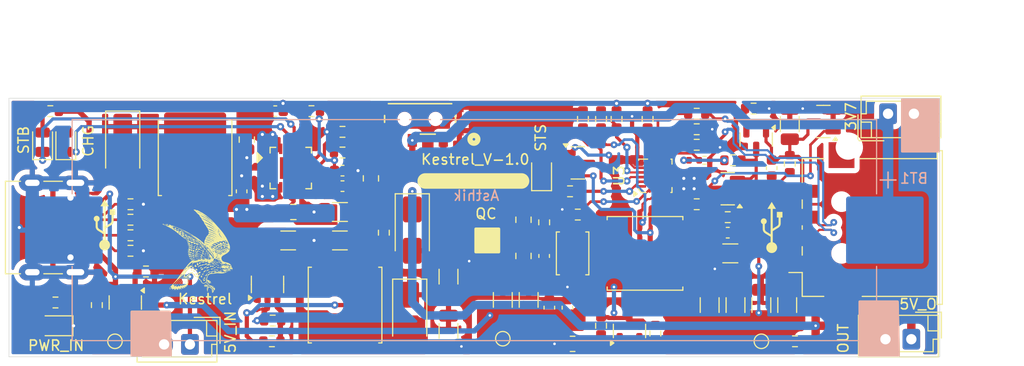
<source format=kicad_pcb>
(kicad_pcb (version 20241229) (generator "pcbnew") (generator_version "9.0")
  (layers (0 "F.Cu" signal) (2 "B.Cu" signal) (13 "F.Paste" user) (15 "B.Paste" user) (5 "F.SilkS" user "F.Silkscreen") (7 "B.SilkS" user "B.Silkscreen") (1 "F.Mask" user) (3 "B.Mask" user) (25 "Edge.Cuts" user))
  (net 0 "")
  (net 1 "GND")
  (net 2 "/Dual Chip/VREG")
  (net 3 "Net-(U1-VS)")
  (net 4 "/Dual Chip/5V_BST_IN")
  (net 5 "/Dual Chip/5V_BOOST_OUT")
  (net 6 "Net-(CHG1-A)")
  (net 7 "Net-(CHG1-K)")
  (net 8 "Net-(D1-K)")
  (net 9 "Net-(D2-A)")
  (net 10 "Net-(IN_USB1-D--PadA7)")
  (net 12 "/Dual Chip/5V")
  (net 13 "Net-(IN_USB1-D+-PadA6)")
  (net 15 "Net-(IN_USB1-CC1)")
  (net 16 "Net-(IN_USB1-CC2)")
  (net 18 "Net-(PWR1-A)")
  (net 19 "Net-(Q1-G)")
  (net 21 "Net-(U1-TS)")
  (net 22 "/Dual Chip/CS")
  (net 23 "Net-(U2-FB)")
  (net 24 "Net-(STB1-K)")
  (net 30 "/Dual Chip/BAT_+")
  (net 31 "Net-(C16-Pad1)")
  (net 32 "/Single Chip/SYS")
  (net 33 "/Single Chip/LX")
  (net 34 "Net-(C20-Pad2)")
  (net 35 "Net-(PWR2-A)")
  (net 36 "Net-(JP1-C)")
  (net 37 "Net-(JP1-B)")
  (net 38 "Net-(PWR2-K)")
  (net 39 "Net-(Q2-B)")
  (net 40 "Net-(Q3-C)")
  (net 41 "Net-(Q3-B)")
  (net 42 "Net-(Q4-E)")
  (net 43 "Net-(U3-VDPM)")
  (net 44 "Net-(U3-STAT)")
  (net 45 "Net-(U3-IIN)")
  (net 46 "Net-(U3-ICHG)")
  (net 47 "Net-(U3-ISYS)")
  (net 48 "/Single Chip/D_-")
  (net 49 "/Single Chip/D_+")
  (net 50 "Net-(U3-KEY(NTC))")
  (net 51 "/B1+")
  (net 52 "/5V_IN")
  (net 53 "/5V_OUT")
  (net 54 "/5V_GND_OUT")
  (net 55 "/DO_+")
  (net 56 "/DO_-")
  (footprint "Button:SW_Push_SPST_NO_Alps_SKRK" (layer "F.Cu") (at 154.5 90 -90)
    (property "Reference" "SW2" (hide yes))
    (property "Value" "SKRKAGE020" (hide yes))
  )
  (footprint "Resistor_SMD:R_0603_1608Metric" (layer "F.Cu") (at 166.5 79.5)
    (property "Reference" "R23" (hide yes))
    (property "Value" "0R" (hide yes))
  )
  (footprint "Resistor_SMD:R_1206_3216Metric" (layer "F.Cu") (at 132 86)
    (property "Reference" "R11" (hide yes))
    (property "Value" "100mR" (hide yes))
  )
  (footprint "Resistor_SMD:R_0603_1608Metric" (layer "F.Cu") (at 176 98.5)
    (property "Reference" "R34" (hide yes))
    (property "Value" "0R" (hide yes))
  )
  (footprint "Capacitor_SMD:C_1206_3216Metric" (layer "F.Cu") (at 147.75 94.5 90)
    (property "Reference" "C12" (hide yes))
    (property "Value" "10uf" (hide yes))
  )
  (footprint "Capacitor_SMD:C_0603_1608Metric" (layer "F.Cu") (at 169.5 88)
    (property "Reference" "C20" (hide yes))
    (property "Value" "10nf" (hide yes))
  )
  (footprint "Capacitor_SMD:C_0603_1608Metric" (layer "F.Cu") (at 132.25 83.5 180)
    (property "Reference" "C5" (hide yes))
    (property "Value" "100nf" (hide yes))
  )
  (footprint "Resistor_SMD:R_0603_1608Metric" (layer "F.Cu") (at 129.25 76.25 180)
    (property "Reference" "R2" (hide yes))
    (property "Value" "0R/DNP" (hide yes))
  )
  (footprint "Capacitor_SMD:C_0603_1608Metric" (layer "F.Cu") (at 152.25 95.25 90)
    (property "Reference" "C14" (hide yes))
    (property "Value" "1uf" (hide yes))
  )
  (footprint "Capacitor_SMD:C_0805_2012Metric" (layer "F.Cu") (at 149.75 86.75 90)
    (property "Reference" "C16" (hide yes))
    (property "Value" "10uf" (hide yes))
  )
  (footprint "Capacitor_SMD:C_0603_1608Metric" (layer "F.Cu") (at 154 95.25 -90)
    (property "Reference" "C15" (hide yes))
    (property "Value" "100nf" (hide yes))
  )
  (footprint "Capacitor_SMD:C_0603_1608Metric" (layer "F.Cu") (at 132.25 82)
    (property "Reference" "C2" (hide yes))
    (property "Value" "100nf" (hide yes))
  )
  (footprint "Capacitor_SMD:C_0603_1608Metric" (layer "F.Cu") (at 122.5 84 90)
    (property "Reference" "C4" (hide yes))
    (property "Value" "100nf" (hide yes))
  )
  (footprint "Resistor_SMD:R_0603_1608Metric" (layer "F.Cu") (at 108.5 95 90)
    (property "Reference" "R12" (hide yes))
    (property "Value" "0R/DNP" (hide yes))
  )
  (footprint "LOGO" (layer "F.Cu") (at 118.25 89.75)
    (property "Reference" "G***" (hide yes))
    (property "Value" "LOGO" (hide yes))
  )
  (footprint "TestPoint:TestPoint_Pad_D1.0mm" (layer "F.Cu") (at 147.75 98.25 90)
    (property "Reference" "TP2" (hide yes))
    (property "Value" "TestPoint" (hide yes))
  )
  (footprint "Resistor_SMD:R_0603_1608Metric" (layer "F.Cu") (at 157.25 77 90)
    (property "Reference" "R18" (hide yes))
    (property "Value" "36k" (hide yes))
  )
  (footprint "Resistor_SMD:R_0603_1608Metric" (layer "F.Cu") (at 136.25 88 -90)
    (property "Reference" "R13" (hide yes))
    (property "Value" "0R" (hide yes))
  )
  (footprint "Diode_SMD:D_SMA" (layer "F.Cu") (at 138.75 96 -90)
    (property "Reference" "D2" (hide yes))
    (property "Value" "SS34" (hide yes))
  )
  (footprint "Capacitor_SMD:C_1206_3216Metric" (layer "F.Cu") (at 167.75 95 90)
    (property "Reference" "C18" (hide yes))
    (property "Value" "22uf" (hide yes))
  )
  (footprint "Package_TO_SOT_SMD:SOT-23" (layer "F.Cu") (at 111.25 94.75 -90)
    (property "Reference" "Q1" (hide yes))
    (property "Value" "SI2301" (hide yes))
  )
  (footprint "Resistor_SMD:R_0603_1608Metric" (layer "F.Cu") (at 175.5 81.325 90)
    (property "Reference" "R36" (hide yes))
    (property "Value" "0R" (hide yes))
  )
  (footprint "Resistor_SMD:R_0603_1608Metric" (layer "F.Cu") (at 169.5 86.5)
    (property "Reference" "R31" (hide yes))
    (property "Value" "100k" (hide yes))
  )
  (footprint "TestPoint:TestPoint_Pad_D1.0mm" (layer "F.Cu") (at 110.25 98.5)
    (property "Reference" "TP1" (hide yes))
    (property "Value" "TestPoint" (hide yes))
  )
  (footprint "Resistor_SMD:R_0603_1608Metric" (layer "F.Cu") (at 162.5 97.75 90)
    (property "Reference" "R26" (hide yes))
    (property "Value" "100k" (hide yes))
  )
  (footprint "LOGO" (layer "F.Cu") (at 173.75 87.5 90)
    (property "Reference" "G***" (hide yes))
    (property "Value" "LOGO" (hide yes))
  )
  (footprint "Resistor_SMD:R_0603_1608Metric" (layer "F.Cu") (at 132.25 78.25 180)
    (property "Reference" "R10" (hide yes))
    (property "Value" "R_US" (hide yes))
  )
  (footprint "Package_TO_SOT_SMD:SOT-23" (layer "F.Cu") (at 160 97.5 90)
    (property "Reference" "Q2" (hide yes))
    (property "Value" "BC817" (hide yes))
  )
  (footprint "USB:USB_C_Receptacle_Palconn_UTC16-G" (layer "F.Cu") (at 104.5 87.5 -90)
    (property "Reference" "IN_USB1" (hide yes))
    (property "Value" "USB4105 - Type C USB 2.0 Connector" (hide yes))
  )
  (footprint "Resistor_SMD:R_0805_2012Metric" (layer "F.Cu") (at 154.5 98.75 180)
    (property "Reference" "R29" (hide yes))
    (property "Value" "1M" (hide yes))
  )
  (footprint "Resistor_SMD:R_0603_1608Metric" (layer "F.Cu") (at 157.25 97 -90)
    (property "Reference" "R28" (hide yes))
    (property "Value" "NA" (hide yes))
  )
  (footprint "Resistor_SMD:R_0603_1608Metric" (layer "F.Cu") (at 113.25 91.75 180)
    (property "Reference" "R8" (hide yes))
    (property "Value" "10K" (hide yes))
  )
  (footprint "Resistor_SMD:R_0603_1608Metric" (layer "F.Cu") (at 155 86.25 180)
    (property "Reference" "R24" (hide yes))
    (property "Value" "NA" (hide yes))
  )
  (footprint "LED_SMD:LED_0805_2012Metric" (layer "F.Cu") (at 104.5 97 180)
    (property "Reference" "PWR1" (hide yes))
    (property "Value" "RED_LED" (hide yes))
  )
  (footprint "Resistor_SMD:R_0603_1608Metric" (layer "F.Cu") (at 132.25 80.25)
    (property "Reference" "R7" (hide yes))
    (property "Value" "R_US/DNP" (hide yes))
  )
  (footprint "Resistor_SMD:R_0603_1608Metric" (layer "F.Cu") (at 104.5 94.75 180)
    (property "Reference" "R9" (hide yes))
    (property "Value" "5K1" (hide yes))
  )
  (footprint "Inductor:L_APV_APH0650_6045" (layer "F.Cu") (at 161.5 90 180)
    (property "Reference" "L3" (hide yes))
    (property "Value" "2.2uh" (hide yes))
  )
  (footprint "Resistor_SMD:R_0603_1608Metric" (layer "F.Cu") (at 111.75 89.75)
    (property "Reference" "R4" (hide yes))
    (property "Value" "5K1" (hide yes))
  )
  (footprint "Resistor_SMD:R_0603_1608Metric" (layer "F.Cu") (at 166.5 78)
    (property "Reference" "R22" (hide yes))
    (property "Value" "2K2" (hide yes))
  )
  (footprint "Capacitor_SMD:C_1206_3216Metric" (layer "F.Cu") (at 175.25 95 90)
    (property "Reference" "C22" (hide yes))
    (property "Value" "22uf" (hide yes))
  )
  (footprint "Resistor_SMD:R_0603_1608Metric" (layer "F.Cu") (at 111.75 85.25)
    (property "Reference" "R3" (hide yes))
    (property "Value" "5K1" (hide yes))
  )
  (footprint "Resistor_SMD:R_0603_1608Metric" (layer "F.Cu") (at 151.75 87 -90)
    (property "Reference" "R27" (hide yes))
    (property "Value" "100k" (hide yes))
  )
  (footprint "Package_TO_SOT_SMD:SOT-23" (layer "F.Cu") (at 155 81.25)
    (property "Reference" "D4" (hide yes))
    (property "Value" "BAT54C" (hide yes))
  )
  (footprint "Resistor_SMD:R_0603_1608Metric" (layer "F.Cu") (at 125.5 96.5 180)
    (property "Reference" "R15" (hide yes))
    (property "Value" "R_US" (hide yes))
  )
  (footprint "Capacitor_SMD:C_1206_3216Metric" (layer "F.Cu") (at 142.5 92.25 -90)
    (property "Reference" "C10" (hide yes))
    (property "Value" "22uf/25V" (hide yes))
  )
  (footprint "Resistor_SMD:R_0603_1608Metric" (layer "F.Cu") (at 155.5 77 90)
    (property "Reference" "R20" (hide yes))
    (property "Value" "1K5" (hide yes))
  )
  (footprint "USB:USB_A_Type Female PCB R_A SMD" (layer "F.Cu") (at 180.5 87.5 90)
    (property "Reference" "OUT_USB1" (hide yes))
    (property "Value" "USB_A" (hide yes))
  )
  (footprint "Resistor_SMD:R_0603_1608Metric" (layer "F.Cu") (at 104 76.25)
    (property "Reference" "R1" (hide yes))
    (property "Value" "4K7" (hide yes))
  )
  (footprint "Resistor_SMD:R_1206_3216Metric" (layer "F.Cu") (at 169.75 90 180)
    (property "Reference" "R30" (hide yes))
    (property "Value" "2R2 CSR" (hide yes))
  )
  (footprint "Capacitor_SMD:C_0805_2012Metric" (layer "F.Cu") (at 135 82.75 -90)
    (property "Reference" "C7" (hide yes))
    (property "Value" "10uf" (hide yes))
  )
  (footprint "Package_TO_SOT_SMD:SOT-23" (layer "F.Cu") (at 169.5 83.75 180)
    (property "Reference" "Q3" (hide yes))
    (property "Value" "BC807" (hide yes))
  )
  (footprint "Connector_JST:JST_EH_B2B-EH-A_1x02_P2.50mm_Vertical" (layer "F.Cu") (at 187.25 98.3 180)
    (property "Reference" "J3" (hide yes))
    (property "Value" "Conn_01x02_Pin" (hide yes))
  )
  (footprint "Switch:MSK-12C02" (layer "F.Cu") (at 139.75 77 180)
    (property "Reference" "SW1" (hide yes))
    (property "Value" "SW_SPDT" (hide yes))
  )
  (footprint "Capacitor_SMD:C_0603_1608Metric" (layer "F.Cu") (at 125.75 76.25)
    (property "Reference" "C3" (hide yes))
    (property "Value" "100nf" (hide yes))
  )
  (footprint "LED_SMD:LED_0805_2012Metric" (layer "F.Cu") (at 105.5 79.25 90)
    (property "Reference" "CHG1" (hide yes))
    (property "Value" "RED_LED" (hide yes))
  )
  (footprint "Resistor_SMD:R_0603_1608Metric" (layer "F.Cu") (at 170 81 180)
    (property "Reference" "R16" (hide yes))
    (property "Value" "10k" (hide yes))
  )
  (footprint "Connector_JST:JST_EH_B2B-EH-A_1x02_P2.50mm_Vertical" (layer "F.Cu") (at 185 76.5)
    (property "Reference" "J2" (hide yes))
    (property "Value" "Conn_01x02_Pin" (hide yes))
  )
  (footprint "Capacitor_SMD:C_1206_3216Metric" (layer "F.Cu") (at 132 88.75)
    (property "Reference" "C8" (hide yes))
    (property "Value" "22uf/25V" (hide yes))
  )
  (footprint "LED_SMD:LED_0805_2012Metric" (layer "F.Cu") (at 151.5 82.25 90)
    (property "Reference" "PWR2" (hide yes))
    (property "Value" "RED_LED" (hide yes))
  )
  (footprint "Resistor_SMD:R_0603_1608Metric" (layer "F.Cu") (at 111.75 86.75 180)
    (property "Reference" "R6" (hide yes))
    (property "Value" "0R" (hide yes))
  )
  (footprint "Capacitor_SMD:C_0805_2012Metric" (layer "F.Cu") (at 127.5 86)
    (property "Reference" "C6" (hide yes))
    (property "Value" "10uf" (hide yes))
  )
  (footprint "TestPoint:TestPoint_Pad_D1.0mm" (layer "F.Cu") (at 172.75 98.5 90)
    (property "Reference" "TP8" (hide yes))
    (property "Value" "TestPoint" (hide yes))
  )
  (footprint "Capacitor_SMD:C_0805_2012Metric" (layer "F.Cu") (at 123 79 90)
    (property "Reference" "C1" (hide yes))
    (property "Value" "10uf" (hide yes))
  )
  (footprint "Silergy:SY6918A_QFN-16_3x3mm" (layer "F.Cu") (at 162.5 82.5 90)
    (property "Reference" "U3")
    (property "Value" "SY6918")
  )
  (footprint "Inductor:L_APV_APH0650_6045" (layer "F.Cu") (at 118 80.75 -90)
    (property "Reference" "L1" (hide yes))
    (property "Value" "22uH" (hide yes))
  )
  (footprint "Capacitor_SMD:C_1206_3216Metric" (layer "F.Cu") (at 150.25 94.5 90)
    (property "Reference" "C13" (hide yes))
    (property "Value" "10uf" (hide yes))
  )
  (footprint "Resistor_SMD:R_0603_1608Metric" (layer "F.Cu") (at 158.75 77 -90)
    (property "Reference" "R17" (hide yes))
    (property "Value" "13k" (hide yes))
  )
  (footprint "Resistor_SMD:R_0603_1608Metric" (layer "F.Cu") (at 166.5 76.5 180)
    (property "Reference" "R25" (hide yes))
    (property "Value" "0R" (hide yes))
  )
  (footprint "Diode_SMD:D_SMA" (layer "F.Cu") (at 111 79.75 -90)
    (property "Reference" "D1" (hide yes))
    (property "Value" "SS34" (hide yes))
  )
  (footprint "Resistor_SMD:R_0603_1608Metric" (layer "F.Cu") (at 154.25 84)
    (property "Reference" "R19" (hide yes))
    (property "Value" "5k1" (hide yes))
  )
  (footprint "Capacitor_SMD:C_1206_3216Metric" (layer "F.Cu") (at 127 88.75 180)
    (property "Reference" "C9" (hide yes))
    (property "Value" "22uf/25V" (hide yes))
  )
  (footprint "Package_TO_SOT_SMD:SOT-23-6" (layer "F.Cu") (at 125 93 90)
    (property "Reference" "U2" (hide yes))
    (property "Value" "MT3608" (hide yes))
  )
  (footprint "Capacitor_SMD:C_0805_2012Metric" (layer "F.Cu") (at 149.75 90.25 -90)
    (property "Reference" "C17" (hide yes))
    (property "Value" "10uf" (hide yes))
  )
  (footprint "Capacitor_SMD:C_0603_1608Metric" (layer "F.Cu") (at 173.75 81.75 90)
    (property "Reference" "C24" (hide yes))
    (property "Value" "100nf" (hide yes))
  )
  (footprint "Resistor_SMD:R_0603_1608Metric" (layer "F.Cu") (at 172 76 180)
    (property "Reference" "R33" (hide yes))
    (property "Value" "100k" (hide yes))
  )
  (footprint "Resistor_SMD:R_0603_1608Metric" (layer "F.Cu") (at 161.75 77 90)
    (property "Reference" "R21" (hide yes))
    (property "Value" "2K55" (hide yes))
  )
  (footprint "Package_TO_SOT_SMD:SOT-23" (layer "F.Cu") (at 172.25 79 -90)
    (property "Reference" "Q4" (hide yes))
    (property "Value" "BC817" (hide yes))
  )
  (footprint "Connector_JST:JST_EH_B2B-EH-A_1x02_P2.50mm_Vertical" (layer "F.Cu") (at 117.5 98.8 180)
    (property "Reference" "J1" (hide yes))
    (property "Value" "Conn_01x02_Pin" (hide yes))
  )
  (footprint "Package_TO_SOT_SMD:SOT-23" (layer "F.Cu") (at 178.75 77.25 180)
    (property "Reference" "Q6" (hide yes))
    (property "Value" "SI2301" (hide yes))
  )
  (footprint "LOGO" (layer "F.Cu") (at 109.25 87.25 90)
    (property "Reference" "G***" (hide yes))
    (property "Value" "LOGO" (hide yes))
  )
  (footprint "Diode_SMD:D_SMA" (layer "F.Cu") (at 139 87.75 -90)
    (property "Reference" "D3" (hide yes))
    (property "Value" "M7" (hide yes))
  )
  (footprint "Inductor:L_APV_APH0650_6045" (layer "F.Cu") (at 132.5 95 -90)
    (property "Reference" "L2" (hide yes))
    (property "Value" "4R7uH" (hide yes))
  )
  (footprint "Toppwr:QFN65P400X400X90-17N" (layer "F.Cu") (at 127.25 81.75)
    (property "Reference" "U1" (hide yes))
    (property "Value" "TP5100" (hide yes))
  )
  (footprint "Resistor_SMD:R_0603_1608Metric" (layer "F.Cu") (at 125.425 98.5)
    (property "Reference" "R14" (hide yes))
    (property "Value" "R_US" (hide yes))
  )
  (footprint "Resistor_SMD:R_0603_1608Metric" (layer "F.Cu") (at 166.5 85.25)
    (property "Reference" "R32" (hide yes))
    (property "Value" "100k" (hide yes))
  )
  (footprint "JUMPER_SMD:J_0402_1005Metric" (layer "F.Cu") (at 167.25 81 180)
    (property "Reference" "JP1" (hide yes))
    (property "Value" "Jumper_3_Bridged12" (hide yes))
  )
  (footprint "Capacitor_SMD:C_1206_3216Metric" (layer "F.Cu") (at 172.75 95 90)
    (property "Reference" "C21" (hide yes))
    (property "Value" "22uf" (hide yes))
  )
  (footprint "Capacitor_SMD:C_0603_1608Metric" (layer "F.Cu") (at 151.75 90.25 -90)
    (property "Reference" "C23" (hide yes))
    (property "Value" "1uf" (hide yes))
  )
  (footprint "Resistor_SMD:R_0603_1608Metric" (layer "F.Cu") (at 111.75 88.25)
    (property "Reference" "R5" (hide yes))
    (property "Value" "0R" (hide yes))
  )
  (footprint "Capacitor_SMD:C_1206_3216Metric" (layer "F.Cu") (at 142.5 97.5 90)
    (property "Reference" "C11" (hide yes))
    (property "Value" "22uf/25V" (hide yes))
  )
  (footprint "LED_SMD:LED_0805_2012Metric" (layer "F.Cu") (at 103.25 79.25 90)
    (property "Reference" "STB1" (hide yes))
    (property "Value" "BLUE_LED" (hide yes))
  )
  (footprint "Resistor_SMD:R_1206_3216Metric" (layer "F.Cu") (at 175.5 77.5 -90)
    (property "Reference" "R35" (hide yes))
    (property "Value" "2R2 CSR" (hide yes))
  )
  (footprint "Capacitor_SMD:C_1206_3216Metric" (layer "F.Cu") (at 170.25 95 90)
    (property "Reference" "C19" (hide yes))
    (property "Value" "22uf" (hide yes))
  )
  (footprint "BatteryHolder:BatteryHolder_Keystone_1042_1x18650" (layer "B.Cu") (at 145 87.75 180)
    (property "Reference" "BT1")
    (property "Value" "Battery_Cell")
  )
  (gr_line (start 140.25 83) (end 149.5625 83) (stroke (width 1.5)) (layer "F.SilkS"))
  (gr_line (start 190 100) (end 100 100) (stroke (width 0.05)) (layer "Edge.Cuts"))
  (gr_line (start 100 75) (end 190 75) (stroke (width 0.05)) (layer "Edge.Cuts"))
  (gr_line (start 190 75) (end 190 100) (stroke (width 0.05)) (layer "Edge.Cuts"))
  (gr_line (start 100 100) (end 100 75) (stroke (width 0.05)) (layer "Edge.Cuts"))
  (gr_text "PWR_IN" (at 101.75 99.5 0) (layer "F.SilkS") (effects (font (size 1 1)) (justify left bottom)))
  (gr_text "OUT" (at 181.25 99.75 90) (layer "F.SilkS") (effects (font (size 1 1)) (justify left bottom)))
  (gr_text "STB" (at 102 80.5 90) (layer "F.SilkS") (effects (font (size 1 1)) (justify left bottom)))
  (gr_text "STS" (at 152 80.25 90) (layer "F.SilkS") (effects (font (size 1 1)) (justify left bottom)))
  (gr_text "Kestrel" (at 116.25 95 0) (layer "F.SilkS") (effects (font (size 1 1)) (justify left bottom)))
  (gr_text "5V_O" (at 186 95.5 0) (layer "F.SilkS") (effects (font (size 1 1)) (justify left bottom)))
  (gr_text "3V7" (at 182 78.25 90) (layer "F.SilkS") (effects (font (size 1 1)) (justify left bottom)))
  (gr_text "QC" (at 145 86.75 0) (layer "F.SilkS") (effects (font (size 1 1)) (justify left bottom)))
  (gr_text "Kestrel_V-1.0" (at 139.75 81.5 0) (layer "F.SilkS") (effects (font (size 1 1)) (justify left bottom)))
  (gr_text "5V_IN" (at 122 99.75 90) (layer "F.SilkS") (effects (font (size 1 1)) (justify left bottom)))
  (gr_text "CHG" (at 108.25 80.75 90) (layer "F.SilkS") (effects (font (size 1 1)) (justify left bottom)))
  (gr_text "Asthik" (at 147.5 85 -0) (layer "B.SilkS") (effects (font (size 1 1)) (justify left bottom mirror)))
  (segment (start 154.5 92.75) (end 154 93.25) (width 0.3048) (layer "F.Cu") (net 1))
  (segment (start 112.575 89.75) (end 112.575 90.25) (width 0.508) (layer "F.Cu") (net 1))
  (segment (start 129.11 80.775) (end 128.225 80.775) (width 0.3048) (layer "F.Cu") (net 1))
  (segment (start 176.2125 76.0375) (end 176.25 76) (width 0.3048) (layer "F.Cu") (net 1))
  (segment (start 154 86.25) (end 153.5 85.75) (width 0.3048) (layer "F.Cu") (net 1))
  (segment (start 167.76 82.49) (end 167.5 82.75) (width 0.3048) (layer "F.Cu") (net 1))
  (segment (start 130.25 78.25) (end 130.75 78.25) (width 0.3048) (layer "F.Cu") (net 1))
  (segment (start 127.575 84.975) (end 126.55 86) (width 0.3048) (layer "F.Cu") (net 1))
  (segment (start 133.025 82) (end 133.75 82) (width 0.3048) (layer "F.Cu") (net 1))
  (segment (start 182.5 83) (end 183 82.5) (width 0.254) (layer "F.Cu") (net 1))
  (segment (start 128.225 80.775) (end 127.25 81.75) (width 0.3048) (layer "F.Cu") (net 1))
  (segment (start 126.525 75.525) (end 126.5 75.5) (width 0.508) (layer "F.Cu") (net 1))
  (segment (start 144.475 90.775) (end 144.5 90.75) (width 0.4064) (layer "F.Cu") (net 1))
  (segment (start 167.76 80.74) (end 168.25 80.25) (width 0.3048) (layer "F.Cu") (net 1))
  (segment (start 133.95 81.8) (end 133.75 82) (width 0.3048) (layer "F.Cu") (net 1))
  (segment (start 180.75 83) (end 182.5 83) (width 0.254) (layer "F.Cu") (net 1))
  (segment (start 172.75 93.525) (end 170.25 93.525) (width 0.3048) (layer "F.Cu") (net 1))
  (segment (start 125 95.25) (end 124.675 95.575) (width 0.508) (layer "F.Cu") (net 1))
  (segment (start 167.325 78) (end 168 78) (width 0.3048) (layer "F.Cu") (net 1))
  (segment (start 144.5 98) (end 144.5 90.75) (width 0.508) (layer "F.Cu") (net 1))
  (segment (start 168.25 80.25) (end 168.75 79.75) (width 0.3048) (layer "F.Cu") (net 1))
  (segment (start 131.525 83.5) (end 133.025 82) (width 0.3048) (layer "F.Cu") (net 1))
  (segment (start 142.5 90.775) (end 144.475 90.775) (width 0.4064) (layer "F.Cu") (net 1))
  (segment (start 175 85.25) (end 178.5 85.25) (width 0.254) (layer "F.Cu") (net 1))
  (segment (start 167.5 82.75) (end 166.25 82.75) (width 0.3048) (layer "F.Cu") (net 1))
  (segment (start 143.725 98.975) (end 143.75 99) (width 0.508) (layer "F.Cu") (net 1))
  (segment (start 129.11 80.775) (end 129.725 80.775) (width 0.3048) (layer "F.Cu") (net 1))
  (segment (start 154.5 92.1) (end 154.5 92.75) (width 0.3048) (layer "F.Cu") (net 1))
  (segment (start 170.25 93.525) (end 167.75 93.525) (width 0.3048) (layer "F.Cu") (net 1))
  (segment (start 130.525 88.75) (end 129.5 88.75) (width 0.508) (layer "F.Cu") (net 1))
  (segment (start 128.475 88.75) (end 129.5 88.75) (width 0.508) (layer "F.Cu") (net 1))
  (segment (start 112.575 90.25) (end 114.075 91.75) (width 0.508) (layer "F.Cu") (net 1))
  (segment (start 124.675 95.575) (end 124.675 96.5) (width 0.508) (layer "F.Cu") (net 1))
  (segment (start 178.5 85.25) (end 180.75 83) (width 0.254) (layer "F.Cu") (net 1))
  (segment (start 153.5875 98.75) (end 152.75 98.75) (width 0.3048) (layer "F.Cu") (net 1))
  (segment (start 125 94.1375) (end 125 95.25) (width 0.508) (layer "F.Cu") (net 1))
  (segment (start 172.825 76) (end 173.5 76) (width 0.3048) (layer "F.Cu") (net 1))
  (segment (start 167.76 81) (end 167.76 82.49) (width 0.3048) (layer "F.Cu") (net 1))
  (segment (start 174.75 82.9) (end 174.75 85) (width 0.254) (layer "F.Cu") (net 1))
  (segment (start 112.575 85.25) (end 113 85.25) (width 0.3048) (layer "F.Cu") (net 1))
  (segment (start 124.675 96.5) (end 124 96.5) (width 0.508) (layer "F.Cu") (net 1))
  (segment (start 175.25 93.525) (end 172.75 93.525) (width 0.3048) (layer "F.Cu") (net 1))
  (segment (start 167.76 81) (end 167.76 80.74) (width 0.3048) (layer "F.Cu") (net 1))
  (segment (start 112.575 89.75) (end 113 89.75) (width 0.508) (layer "F.Cu") (net 1))
  (segment (start 127.575 83.61) (end 127.575 84.975) (width 0.3048) (layer "F.Cu") (net 1))
  (segment (start 144.5 98.25) (end 144.5 98) (width 0.508) (layer "F.Cu") (net 1))
  (segment (start 126.525 76.25) (end 126.525 75.525) (width 0.508) (layer "F.Cu") (net 1))
  (segment (start 129.9942 80.5058) (end 129.9942 78.5058) (width 0.3048) (layer "F.Cu") (net 1))
  (segment (start 135 81.8) (end 133.95 81.8) (width 0.3048) (layer "F.Cu") (net 1))
  (segment (start 176.25 76) (end 176.75 76) (width 0.3048) (layer "F.Cu") (net 1))
  (segment (start 168.2875 90) (end 168.2875 91.4625) (width 0.3048) (layer "F.Cu") (net 1))
  (segment (start 127.575 83.61) (end 127.575 82.075) (width 0.3048) (layer "F.Cu") (net 1))
  (segment (start 154 94.475) (end 154 93.25) (width 0.3048) (layer "F.Cu") (net 1))
  (segment (start 175.5 76.0375) (end 176.2125 76.0375) (width 0.3048) (layer "F.Cu") (net 1))
  (segment (start 129.9942 78.5058) (end 130.25 78.25) (width 0.3048) (layer "F.Cu") (net 1))
  (segment (start 131.475 83.5) (end 131.525 83.5) (width 0.3048) (layer "F.Cu") (net 1))
  (segment (start 161.75 76.175) (end 161.75 75.5) (width 0.254) (layer "F.Cu") (net 1))
  (segment (start 105.4375 97) (end 106.25 97) (width 0.508) (layer "F.Cu") (net 1))
  (segment (start 175.5 82.15) (end 174.75 82.9) (width 0.254) (layer "F.Cu") (net 1))
  (segment (start 154.175 86.25) (end 154 86.25) (width 0.3048) (layer "F.Cu") (net 1))
  (segment (start 174.75 85) (end 175 85.25) (width 0.254) (layer "F.Cu") (net 1))
  (segment (start 183 77.1) (end 182.2 76.3) (width 0.254) (layer "F.Cu") (net 1))
  (segment (start 158.75 76.175) (end 158.75 75.5) (width 0.3048) (layer "F.Cu") (net 1))
  (segment (start 123 79.95) (end 123 80.75) (width 0.3048) (layer "F.Cu") (net 1))
  (segment (start 143.75 99) (end 144.5 98.25) (width 0.508) (layer "F.Cu") (net 1))
  (segment (start 168.2875 91.4625) (end 168.25 91.5) (width 0.3048) (layer "F.Cu") (net 1))
  (segment (start 129.725 80.775) (end 129.9942 80.5058) (width 0.3048) (layer "F.Cu") (net 1))
  (segment (start 122.5 83.225) (end 122.5 82.5) (width 0.3048) (layer "F.Cu") (net 1))
  (segment (start 182.2 76.3) (end 179.6875 76.3) (width 0.254) (layer "F.Cu") (net 1))
  (segment (start 142.5 98.975) (end 143.725 98.975) (width 0.508) (layer "F.Cu") (net 1))
  (segment (start 183 82.5) (end 183 77.1) (width 0.254) (layer "F.Cu") (net 1))
  (segment (start 127.575 82.075) (end 127.25 81.75) (width 0.3048) (layer "F.Cu") (net 1))
  (via (at 144.5 90.75) (size 0.6564) (drill 0.25) (layers "F.Cu" "B.Cu") (net 1))
  (via (at 158.75 75.5) (size 0.7064) (drill 0.3) (layers "F.Cu" "B.Cu") (net 1))
  (via (at 168.75 79.75) (size 0.6564) (drill 0.25) (layers "F.Cu" "B.Cu") (net 1))
  (via (at 129.5 88.75) (size 0.7064) (drill 0.3) (layers "F.Cu" "B.Cu") (net 1))
  (via (at 122.5 82.5) (size 0.7064) (drill 0.3) (layers "F.Cu" "B.Cu") (net 1))
  (via (at 165.25 83.75) (size 0.7064) (drill 0.3) (layers "F.Cu" "B.Cu") (net 1))
  (via (at 106.25 97) (size 0.7064) (drill 0.3) (layers "F.Cu" "B.Cu") (net 1))
  (via (at 126.5 75.5) (size 0.7064) (drill 0.3) (layers "F.Cu" "B.Cu") (net 1))
  (via (at 130.75 78.25) (size 0.7064) (drill 0.3) (layers "F.Cu" "B.Cu") (net 1))
  (via (at 143.75 99) (size 0.6564) (drill 0.25) (layers "F.Cu" "B.Cu") (net 1))
  (via (at 166.25 82.75) (size 0.7064) (drill 0.3) (layers "F.Cu" "B.Cu") (net 1))
  (via (at 113 85.25) (size 0.7064) (drill 0.3) (layers "F.Cu" "B.Cu") (net 1))
  (via (at 161.75 75.5) (size 0.7064) (drill 0.3) (layers "F.Cu" "B.Cu") (net 1))
  (via (at 165.25 82.75) (size 0.7064) (drill 0.3) (layers "F.Cu" "B.Cu") (net 1))
  (via (at 113 89.75) (size 0.7064) (drill 0.3) (layers "F.Cu" "B.Cu") (net 1))
  (via (at 176.75 76) (size 0.6564) (drill 0.25) (layers "F.Cu" "B.Cu") (net 1))
  (via (at 152.75 98.75) (size 0.6564) (drill 0.25) (layers "F.Cu" "B.Cu") (net 1))
  (via (at 153.5 85.75) (size 0.6564) (drill 0.25) (layers "F.Cu" "B.Cu") (net 1))
  (via (at 101 87.5) (size 0.7064) (drill 0.3) (layers "F.Cu" "B.Cu") (net 1))
  (via (at 124 96.5) (size 0.7064) (drill 0.3) (layers "F.Cu" "B.Cu") (net 1))
  (via (at 123 80.75) (size 0.7064) (drill 0.3) (layers "F.Cu" "B.Cu") (net 1))
  (via (at 166.25 83.75) (size 0.7064) (drill 0.3) (layers "F.Cu" "B.Cu") (net 1))
  (via (at 168 78) (size 0.6564) (drill 0.25) (layers "F.Cu" "B.Cu") (net 1))
  (via (at 168.25 91.5) (size 0.6564) (drill 0.25) (layers "F.Cu" "B.Cu") (net 1))
  (via (at 173.5 76) (size 0.6564) (drill 0.25) (layers "F.Cu" "B.Cu") (net 1))
  (via (at 133.75 82) (size 0.7064) (drill 0.3) (layers "F.Cu" "B.Cu") (net 1))
  (via (at 154 93.25) (size 0.6564) (drill 0.25) (layers "F.Cu" "B.Cu") (net 1))
  (segment (start 106.43 83.18) (end 102.26 83.18) (width 1.27) (layer "B.Cu") (net 1))
  (segment (start 102.26 84.7) (end 105.31 87.75) (width 1.27) (layer "B.Cu") (net 1))
  (segment (start 102.26 90.01) (end 102.26 91.82) (width 1.016) (layer "B.Cu") (net 1))
  (segment (start 107.136 91.114) (end 107.136 83.886) (width 1.27) (layer "B.Cu") (net 1))
  (segment (start 105.31 87.75) (end 104.5 87.75) (width 1.016) (layer "B.Cu") (net 1))
  (segment (start 105.31 87.75) (end 107.009 86.051) (width 1.016) (layer "B.Cu") (net 1))
  (segment (start 107.136 89.576) (end 105.31 87.75) (width 1.27) (layer "B.Cu") (net 1))
  (segment (start 107.136 91.114) (end 107.136 89.576) (width 1.27) (layer "B.Cu") (net 1))
  (segment (start 102.25 90) (end 102.26 90.01) (width 1.016) (layer "B.Cu") (net 1))
  (segment (start 102.26 91.82) (end 106.43 91.82) (width 1.27) (layer "B.Cu") (net 1))
  (segment (start 104.5 87.75) (end 102.25 90) (width 1.016) (layer "B.Cu") (net 1))
  (segment (start 102.26 91.82) (end 102.26 83.18) (width 1.016) (layer "B.Cu") (net 1))
  (segment (start 102.26 83.18) (end 102.26 84.7) (width 1.27) (layer "B.Cu") (net 1))
  (segment (start 107.009 83.759) (end 106.43 83.18) (width 1.016) (layer "B.Cu") (net 1))
  (segment (start 107.136 83.886) (end 106.43 83.18) (width 1.27) (layer "B.Cu") (net 1))
  (segment (start 106.43 91.82) (end 107.136 91.114) (width 1.27) (layer "B.Cu") (net 1))
  (segment (start 107.009 86.051) (end 107.009 83.759) (width 1.016) (layer "B.Cu") (net 1))
  (segment (start 130 77) (end 130 76.325) (width 0.3048) (layer "F.Cu") (net 2))
  (segment (start 130.25 82) (end 131.475 82) (width 0.3048) (layer "F.Cu") (net 2))
  (segment (start 130 76.325) (end 130.075 76.25) (width 0.3048) (layer "F.Cu") (net 2))
  (segment (start 131.475 81) (end 131.475 80.3) (width 0.3048) (layer "F.Cu") (net 2))
  (segment (start 130.175 82.075) (end 130.25 82) (width 0.3048) (layer "F.Cu") (net 2))
  (segment (start 129.11 82.075) (end 130.175 82.075) (width 0.3048) (layer "F.Cu") (net 2))
  (segment (start 131.475 80.3) (end 131.425 80.25) (width 0.3048) (layer "F.Cu") (net 2))
  (segment (start 131.475 82) (end 131.475 81) (width 0.3048) (layer "F.Cu") (net 2))
  (via (at 131.475 81) (size 0.7064) (drill 0.3) (layers "F.Cu" "B.Cu") (net 2))
  (via (at 130 77) (size 0.7064) (drill 0.3) (layers "F.Cu" "B.Cu") (net 2))
  (segment (start 130.25 80.5) (end 130 80.25) (width 0.3048) (layer "B.Cu") (net 2))
  (segment (start 130.75 81) (end 130.25 80.5) (width 0.3048) (layer "B.Cu") (net 2))
  (segment (start 130 80.25) (end 130 77) (width 0.3048) (layer "B.Cu") (net 2))
  (segment (start 131.475 81) (end 130.75 81) (width 0.3048) (layer "B.Cu") (net 2))
  (segment (start 129.5 86) (end 130.5375 86) (width 0.508) (layer "F.Cu") (net 3))
  (segment (start 128.45 86) (end 129.5 86) (width 0.508) (layer "F.Cu") (net 3))
  (segment (start 128.225 85.775) (end 128.45 86) (width 0.3048) (layer "F.Cu") (net 3))
  (segment (start 128.225 83.61) (end 128.225 85.775) (width 0.3048) (layer "F.Cu") (net 3))
  (via (at 123 85.75) (size 0.7064) (drill 0.3) (layers "F.Cu" "B.Cu") (net 3))
  (via (at 129.5 86) (size 0.7064) (drill 0.3) (layers "F.Cu" "B.Cu") (net 3))
  (via (at 122 85.75) (size 0.7064) (drill 0.3) (layers "F.Cu" "B.Cu") (net 3))
  (segment (start 123 98) (end 123.5 98.5) (width 0.4064) (layer "F.Cu") (net 5))
  (segment (start 136.25 95) (end 137.25 94) (width 0.4064) (layer "F.Cu") (net 5))
  (segment (start 123 95.75) (end 123 98) (width 0.4064) (layer "F.Cu") (net 5))
  (segment (start 137.25 94) (end 138.75 94) (width 0.4064) (layer "F.Cu") (net 5))
  (segment (start 131.5 95) (end 136.25 95) (width 0.4064) (layer "F.Cu") (net 5))
  (segment (start 123.5 98.5) (end 124.6 98.5) (width 0.4064) (layer "F.Cu") (net 5))
  (via (at 131.5 95) (size 0.7064) (drill 0.3) (layers "F.Cu" "B.Cu") (net 5))
  (via (at 123 95.75) (size 0.7064) (drill 0.3) (layers "F.Cu" "B.Cu") (net 5))
  (segment (start 123.5 95.75) (end 124.25 95) (width 0.4064) (layer "B.Cu") (net 5))
  (segment (start 123 95.75) (end 123.5 95.75) (width 0.4064) (layer "B.Cu") (net 5))
  (segment (start 123 95.75) (end 123.0074 95.7426) (width 0.4064) (layer "B.Cu") (net 5))
  (segment (start 124.25 95) (end 131.5 95) (width 0.4064) (layer "B.Cu") (net 5))
  (segment (start 105.5 78.3125) (end 103.25 78.3125) (width 0.4064) (layer "F.Cu") (net 6))
  (segment (start 103.25 78.3125) (end 103.25 76.325) (width 0.4064) (layer "F.Cu") (net 6))
  (segment (start 103.25 76.325) (end 103.175 76.25) (width 0.4064) (layer "F.Cu") (net 6))
  (segment (start 126.925 78.425) (end 126.25 77.75) (width 0.3048) (layer "F.Cu") (net 7))
  (segment (start 126.925 79.89) (end 126.925 78.425) (width 0.3048) (layer "F.Cu") (net 7))
  (segment (start 105.5 80.1875) (end 106.5 80.1875) (width 0.508) (layer "F.Cu") (net 7))
  (via (at 106.5 80.1875) (size 0.7064) (drill 0.3) (layers "F.Cu" "B.Cu") (net 7))
  (via (at 126.25 77.75) (size 0.7064) (drill 0.3) (layers "F.Cu" "B.Cu") (net 7))
  (segment (start 107 77.75) (end 126.25 77.75) (width 0.3048) (layer "B.Cu") (net 7))
  (segment (start 106.5 80.1875) (end 106.5 78.25) (width 0.3048) (layer "B.Cu") (net 7))
  (segment (start 106.5 78.25) (end 107 77.75) (width 0.3048) (layer "B.Cu") (net 7))
  (segment (start 124.325 81.425) (end 124 81.75) (width 0.3048) (layer "F.Cu") (net 8))
  (segment (start 124 81.75) (end 122.5 81.75) (width 0.3048) (layer "F.Cu") (net 8))
  (segment (start 124.325 82.075) (end 124 81.75) (width 0.3048) (layer "F.Cu") (net 8))
  (segment (start 125.39 81.425) (end 124.325 81.425) (width 0.3048) (layer "F.Cu") (net 8))
  (segment (start 125.39 82.075) (end 124.325 82.075) (width 0.3048) (layer "F.Cu") (net 8))
  (segment (start 132 96) (end 132.5 96.5) (width 0.4064) (layer "F.Cu") (net 9))
  (segment (start 128 95.25) (end 128.75 96) (width 0.4064) (layer "F.Cu") (net 9))
  (segment (start 124.05 93.2) (end 124.25 93) (width 0.4064) (layer "F.Cu") (net 9))
  (segment (start 124.25 93) (end 127.75 93) (width 0.4064) (layer "F.Cu") (net 9))
  (segment (start 128 93.25) (end 128 95.25) (width 0.4064) (layer "F.Cu") (net 9))
  (segment (start 132.5 96.5) (end 132.5 98) (width 0.4064) (layer "F.Cu") (net 9))
  (segment (start 127.75 93) (end 128 93.25) (width 0.4064) (layer "F.Cu") (net 9))
  (segment (start 124.05 94.1375) (end 124.05 93.2) (width 0.4064) (layer "F.Cu") (net 9))
  (segment (start 128.75 96) (end 132 96) (width 0.4064) (layer "F.Cu") (net 9))
  (segment (start 106 87.75) (end 105.75 87.5) (width 0.254) (layer "F.Cu") (net 10))
  (segment (start 105.75 87.5) (end 105.75 87) (width 0.254) (layer "F.Cu") (net 10))
  (segment (start 106 86.75) (end 107.1 86.75) (width 0.254) (layer "F.Cu") (net 10))
  (segment (start 105.75 87) (end 106 86.75) (width 0.254) (layer "F.Cu") (net 10))
  (segment (start 107.1 86.75) (end 110.925 86.75) (width 0.254) (layer "F.Cu") (net 10))
  (segment (start 107.1 87.75) (end 106 87.75) (width 0.254) (layer "F.Cu") (net 10))
  (segment (start 108.5 93.25) (end 108.75 93) (width 0.508) (layer "F.Cu") (net 12))
  (segment (start 117.5 92.25) (end 117.5 98.8) (width 0.4064) (layer "F.Cu") (net 12))
  (segment (start 110.3 93) (end 110.3 93.8125) (width 0.508) (layer "F.Cu") (net 12))
  (segment (start 108.5 94.175) (end 107.325 94.175) (width 0.508) (layer "F.Cu") (net 12))
  (segment (start 107.1 89.9) (end 108.65 89.9) (width 0.508) (layer "F.Cu") (net 12))
  (segment (start 108.425 94.25) (end 108.5 94.175) (width 0.508) (layer "F.Cu") (net 12))
  (segment (start 107.325 94.175) (end 106.75 94.75) (width 0.508) (layer "F.Cu") (net 12))
  (segment (start 107.1 85.1) (end 108.9 85.1) (width 0.4064) (layer "F.Cu") (net 12))
  (segment (start 108.5 94.175) (end 108.5 93.25) (width 0.508) (layer "F.Cu") (net 12))
  (segment (start 108.75 93) (end 110.3 93) (width 0.508) (layer "F.Cu") (net 12))
  (segment (start 106.75 94.75) (end 105.325 94.75) (width 0.508) (layer "F.Cu") (net 12))
  (segment (start 110.3 91.55) (end 110.3 92.25) (width 0.508) (layer "F.Cu") (net 12))
  (segment (start 108.65 89.9) (end 110.3 91.55) (width 0.508) (layer "F.Cu") (net 12))
  (segment (start 108.9 85.1) (end 109.75 84.25) (width 0.4064) (layer "F.Cu") (net 12))
  (segment (start 110.3 92.25) (end 110.3 93) (width 0.508) (layer "F.Cu") (net 12))
  (via (at 109.75 84.25) (size 0.6564) (drill 0.25) (layers "F.Cu" "B.Cu") (net 12))
  (via (at 117.5 92.25) (size 0.6564) (drill 0.25) (layers "F.Cu" "B.Cu") (net 12))
  (via (at 110.3 92.25) (size 0.6564) (drill 0.25) (layers "F.Cu" "B.Cu") (net 12))
  (segment (start 109.75 84.25) (end 109.75 91.7) (width 0.4064) (layer "B.Cu") (net 12))
  (segment (start 110.3 92.25) (end 117.5 92.25) (width 0.4064) (layer "B.Cu") (net 12))
  (segment (start 109.75 91.7) (end 110.3 92.25) (width 0.4064) (layer "B.Cu") (net 12))
  (segment (start 108.5 88.25) (end 110.925 88.25) (width 0.254) (layer "F.Cu") (net 13))
  (segment (start 108.5 87.5) (end 108.5 88.25) (width 0.254) (layer "F.Cu") (net 13))
  (segment (start 107.1 88.25) (end 108.5 88.25) (width 0.254) (layer "F.Cu") (net 13))
  (segment (start 107.1 87.25) (end 108.25 87.25) (width 0.254) (layer "F.Cu") (net 13))
  (segment (start 108.25 87.25) (end 108.5 87.5) (width 0.254) (layer "F.Cu") (net 13))
  (segment (start 110.25 85.25) (end 110.925 85.25) (width 0.254) (layer "F.Cu") (net 15))
  (segment (start 107.1 86.25) (end 109.25 86.25) (width 0.254) (layer "F.Cu") (net 15))
  (segment (start 109.25 86.25) (end 110.25 85.25) (width 0.254) (layer "F.Cu") (net 15))
  (segment (start 107.1 89.25) (end 109.75 89.25) (width 0.254) (layer "F.Cu") (net 16))
  (segment (start 110.25 89.75) (end 110.925 89.75) (width 0.254) (layer "F.Cu") (net 16))
  (segment (start 109.75 89.25) (end 110.25 89.75) (width 0.254) (layer "F.Cu") (net 16))
  (segment (start 103.5625 97) (end 103.5625 94.3875) (width 0.3048) (layer "F.Cu") (net 18))
  (segment (start 112.2 91.975) (end 112.425 91.75) (width 0.508) (layer "F.Cu") (net 19))
  (segment (start 112.2 93.8125) (end 112.2 91.975) (width 0.508) (layer "F.Cu") (net 19))
  (segment (start 130.5 81) (end 130.5 79.5) (width 0.3048) (layer "F.Cu") (net 21))
  (segment (start 130.75 79.25) (end 133.075 79.25) (width 0.3048) (layer "F.Cu") (net 21))
  (segment (start 133.075 79.25) (end 133.075 78.25) (width 0.3048) (layer "F.Cu") (net 21))
  (segment (start 129.11 81.425) (end 130.075 81.425) (width 0.3048) (layer "F.Cu") (net 21))
  (segment (start 133.075 80.25) (end 133.075 79.25) (width 0.3048) (layer "F.Cu") (net 21))
  (segment (start 130.075 81.425) (end 130.5 81) (width 0.3048) (layer "F.Cu") (net 21))
  (segment (start 130.5 79.5) (end 130.75 79.25) (width 0.3048) (layer "F.Cu") (net 21))
  (segment (start 128.225 77.525) (end 128.425 77.325) (width 0.3048) (layer "F.Cu") (net 22))
  (segment (start 128.425 77.325) (end 128.425 76.25) (width 0.3048) (layer "F.Cu") (net 22))
  (segment (start 128.225 79.89) (end 128.225 77.525) (width 0.3048) (layer "F.Cu") (net 22))
  (segment (start 126.25 96.575) (end 126.325 96.5) (width 0.508) (layer "F.Cu") (net 23))
  (segment (start 126.325 95.575) (end 126.325 96.5) (width 0.508) (layer "F.Cu") (net 23))
  (segment (start 125.95 94.1375) (end 125.95 95.2) (width 0.508) (layer "F.Cu") (net 23))
  (segment (start 125.95 95.2) (end 126.325 95.575) (width 0.508) (layer "F.Cu") (net 23))
  (segment (start 126.25 98.5) (end 126.25 96.575) (width 0.508) (layer "F.Cu") (net 23))
  (segment (start 127.575 77.825) (end 127.25 77.5) (width 0.3048) (layer "F.Cu") (net 24))
  (segment (start 127.575 79.89) (end 127.575 77.825) (width 0.3048) (layer "F.Cu") (net 24))
  (segment (start 103.25 81) (end 103.25 80.1875) (width 0.3048) (layer "F.Cu") (net 24))
  (via (at 127.25 77.5) (size 0.7064) (drill 0.3) (layers "F.Cu" "B.Cu") (net 24))
  (via (at 103.25 81) (size 0.7064) (drill 0.3) (layers "F.Cu" "B.Cu") (net 24))
  (segment (start 123.25 77) (end 104.25 77) (width 0.3048) (layer "B.Cu") (net 24))
  (segment (start 126.75 77) (end 123.25 77) (width 0.3048) (layer "B.Cu") (net 24))
  (segment (start 127.25 77.5) (end 126.75 77) (width 0.3048) (layer "B.Cu") (net 24))
  (segment (start 104.25 77) (end 103.25 78) (width 0.3048) (layer "B.Cu") (net 24))
  (segment (start 103.25 78) (end 103.25 81) (width 0.3048) (layer "B.Cu") (net 24))
  (segment (start 141.9979 81.2479) (end 141.9979 79.07518) (width 0.6096) (layer "F.Cu") (net 30))
  (segment (start 136.25 87.175) (end 136.25 85.25) (width 0.6096) (layer "F.Cu") (net 30))
  (segment (start 137.5 82.5) (end 138.25 81.75) (width 0.6096) (layer "F.Cu") (net 30))
  (segment (start 137.5 84) (end 137.5 82.5) (width 0.6096) (layer "F.Cu") (net 30))
  (segment (start 136.25 85.25) (end 137.5 84) (width 0.6096) (layer "F.Cu") (net 30))
  (segment (start 141.5 81.75) (end 142 81.25) (width 0.6096) (layer "F.Cu") (net 30))
  (segment (start 138.25 81.75) (end 141.5 81.75) (width 0.6096) (layer "F.Cu") (net 30))
  (segment (start 142 81.25) (end 141.9979 81.2479) (width 0.6096) (layer "F.Cu") (net 30))
  (segment (start 154.0625 82.2) (end 155.2 82.2) (width 0.3048) (layer "F.Cu") (net 32))
  (segment (start 162.5 98.575) (end 161.0875 98.575) (width 0.6096) (layer "F.Cu") (net 32))
  (segment (start 155.2 82.2) (end 155.5 82.5) (width 0.3048) (layer "F.Cu") (net 32))
  (segment (start 172.25 84.5) (end 172.5 84.75) (width 0.3048) (layer "F.Cu") (net 32))
  (segment (start 172.25 81) (end 172.25 82.25) (width 0.3048) (layer "F.Cu") (net 32))
  (segment (start 172.25 84) (end 172.25 84.5) (width 0.3048) (layer "F.Cu") (net 32))
  (segment (start 171.7 82.8) (end 170.4375 82.8) (width 0.3048) (layer "F.Cu") (net 32))
  (segment (start 161.0875 98.575) (end 160.95 98.4375) (width 0.6096) (layer "F.Cu") (net 32))
  (segment (start 172.25 82.25) (end 172.25 84) (width 0.3048) (layer "F.Cu") (net 32))
  (segment (start 170.825 81) (end 172.25 81) (width 0.3048) (layer "F.Cu") (net 32))
  (segment (start 172.25 82.25) (end 171.7 82.8) (width 0.3048) (layer "F.Cu") (net 32))
  (segment (start 172.5 84.75) (end 172.5 91.25) (width 0.3048) (layer "F.Cu") (net 32))
  (segment (start 162.5 98.575) (end 163.675 98.575) (width 0.6096) (layer "F.Cu") (net 32))
  (segment (start 162.5 85.25) (end 162 85.75) (width 0.3048) (layer "F.Cu") (net 32))
  (segment (start 162 87.25) (end 162 88) (width 0.3048) (layer "F.Cu") (net 32))
  (segment (start 162 86.25) (end 162 87.25) (width 0.3048) (layer "F.Cu") (net 32))
  (segment (start 162.85 83.2) (end 162.85 84.9) (width 0.2) (layer "F.Cu") (net 32))
  (segment (start 155.5 82.5) (end 156.5 82.5) (width 0.3048) (layer "F.Cu") (net 32))
  (segment (start 162.85 84.9) (end 162.5 85.25) (width 0.2) (layer "F.Cu") (net 32))
  (segment (start 172.25 79.9375) (end 172.25 81) (width 0.3048) (layer "F.Cu") (net 32))
  (segment (start 162 85.75) (end 162 86.25) (width 0.3048) (layer "F.Cu") (net 32))
  (via (at 162 88) (size 0.6564) (drill 0.25) (layers "F.Cu" "B.Cu") (net 32))
  (via (at 156.5 82.5) (size 0.6564) (drill 0.25) (layers "F.Cu" "B.Cu") (net 32))
  (via (at 172.5 91.25) (size 0.6564) (drill 0.25) (layers "F.Cu" "B.Cu") (net 32))
  (via (at 172.5 95.75) (size 0.6564) (drill 0.25) (layers "F.Cu" "B.Cu") (net 32))
  (segment (start 160.5 86) (end 160.25 85.75) (width 0.3048) (layer "B.Cu") (net 32))
  (segment (start 156.5 85) (end 156.5 82.5) (width 0.3048) (layer "B.Cu") (net 32))
  (segment (start 160.25 85.75) (end 157.25 85.75) (width 0.3048) (layer "B.Cu") (net 32))
  (segment (start 162 88) (end 160.75 88) (width 0.3048) (layer "B.Cu") (net 32))
  (segment (start 172.5 95.75) (end 172.5 91.25) (width 0.3048) (layer "B.Cu") (net 32))
  (segment (start 160.75 88) (end 160.5 87.75) (width 0.3048) (layer "B.Cu") (net 32))
  (segment (start 160.5 87.75) (end 160.5 86) (width 0.3048) (layer "B.Cu") (net 32))
  (segment (start 157.25 85.75) (end 156.5 85) (width 0.3048) (layer "B.Cu") (net 32))
  (segment (start 163.75 85) (end 163.75 86.5) (width 0.2032) (layer "F.Cu") (net 33))
  (segment (start 163.3 84.55) (end 163.75 85) (width 0.2032) (layer "F.Cu") (net 33))
  (segment (start 166.5 88) (end 164.5 90) (width 0.4064) (layer "F.Cu") (net 33))
  (segment (start 164.5 87.25) (end 163.75 86.5) (width 2) (layer "F.Cu") (net 33))
  (segment (start 168.725 88) (end 168.725 86.55) (width 0.4064) (layer "F.Cu") (net 33))
  (segment (start 163.3 83.2) (end 163.3 84.55) (width 0.2032) (layer "F.Cu") (net 33))
  (segment (start 168.725 88) (end 166.5 88) (width 0.4064) (layer "F.Cu") (net 33))
  (segment (start 164.5 90) (end 164.5 87.25) (width 2) (layer "F.Cu") (net 33))
  (segment (start 168.725 86.55) (end 168.675 86.5) (width 0.4064) (layer "F.Cu") (net 33))
  (segment (start 171 88) (end 170.275 88) (width 0.3048) (layer "F.Cu") (net 34))
  (segment (start 171.2125 90) (end 171.2125 88.2125) (width 0.3048) (layer "F.Cu") (net 34))
  (segment (start 171.2125 88.2125) (end 171 88) (width 0.3048) (layer "F.Cu") (net 34))
  (segment (start 152.6875 81.3125) (end 151.5 81.3125) (width 0.3048) (layer "F.Cu") (net 35))
  (segment (start 152.75 81.25) (end 152.6875 81.3125) (width 0.3048) (layer "F.Cu") (net 35))
  (segment (start 155.9375 81.25) (end 152.75 81.25) (width 0.3048) (layer "F.Cu") (net 35))
  (segment (start 163.85 80.65) (end 164.1812 80.3188) (width 0.254) (layer "F.Cu") (net 36))
  (segment (start 163.85 81.44) (end 163.85 80.65) (width 0.254) (layer "F.Cu") (net 36))
  (segment (start 166.0588 80.3188) (end 166.74 81) (width 0.254) (layer "F.Cu") (net 36))
  (segment (start 164.1812 80.3188) (end 166.0588 80.3188) (width 0.254) (layer "F.Cu") (net 36))
  (segment (start 165.75 81) (end 165.25 81) (width 0.3048) (layer "F.Cu") (net 37))
  (via (at 165.25 81) (size 0.7064) (drill 0.3) (layers "F.Cu" "B.Cu") (net 37))
  (via (at 169.175 81) (size 0.7064) (drill 0.3) (layers "F.Cu" "B.Cu") (net 37))
  (segment (start 165.25 81) (end 169.175 81) (width 0.3048) (layer "B.Cu") (net 37))
  (segment (start 151.5 83.75) (end 151.75 84) (width 0.3048) (layer "F.Cu") (net 38))
  (segment (start 151.75 84) (end 153.425 84) (width 0.3048) (layer "F.Cu") (net 38))
  (segment (start 151.5 83.1875) (end 151.5 83.75) (width 0.3048) (layer "F.Cu") (net 38))
  (segment (start 157.25 98.75) (end 158.7375 98.75) (width 0.3048) (layer "F.Cu") (net 39))
  (segment (start 158.7375 98.75) (end 159.05 98.4375) (width 0.3048) (layer "F.Cu") (net 39))
  (segment (start 155.4125 98.75) (end 157.25 98.75) (width 0.3048) (layer "F.Cu") (net 39))
  (segment (start 157.25 97.825) (end 157.25 98.75) (width 0.3048) (layer "F.Cu") (net 39))
  (segment (start 167.325 83.925) (end 167.5 83.75) (width 0.4064) (layer "F.Cu") (net 40))
  (segment (start 168.25 83) (end 167.325 83.925) (width 0.254) (layer "F.Cu") (net 40))
  (segment (start 167.5 83.75) (end 168.5625 83.75) (width 0.4064) (layer "F.Cu") (net 40))
  (segment (start 167.325 85.25) (end 167.325 83.925) (width 0.4064) (layer "F.Cu") (net 40))
  (segment (start 179.6875 78.2) (end 178.8 78.2) (width 0.254) (layer "F.Cu") (net 40))
  (segment (start 178.8 78.2) (end 177.5 79.5) (width 0.254) (layer "F.Cu") (net 40))
  (segment (start 177.5 79.5) (end 177.5 82.5) (width 0.254) (layer "F.Cu") (net 40))
  (via (at 168.25 83) (size 0.6564) (drill 0.25) (layers "F.Cu" "B.Cu") (net 40))
  (via (at 177.5 82.5) (size 0.6564) (drill 0.25) (layers "F.Cu" "B.Cu") (net 40))
  (segment (start 169 82.25) (end 168.25 83) (width 0.254) (layer "B.Cu") (net 40))
  (segment (start 177.5 82.5) (end 175.25 82.5) (width 0.254) (layer "B.Cu") (net 40))
  (segment (start 175.25 82.5) (end 175 82.25) (width 0.254) (layer "B.Cu") (net 40))
  (segment (start 175 82.25) (end 169 82.25) (width 0.254) (layer "B.Cu") (net 40))
  (segment (start 171.5 86.5) (end 171.75 86.25) (width 0.4064) (layer "F.Cu") (net 41))
  (segment (start 171.75 86.25) (end 171.75 85) (width 0.4064) (layer "F.Cu") (net 41))
  (segment (start 171.45 84.7) (end 170.4375 84.7) (width 0.4064) (layer "F.Cu") (net 41))
  (segment (start 170.325 86.5) (end 171.5 86.5) (width 0.4064) (layer "F.Cu") (net 41))
  (segment (start 171.75 85) (end 171.45 84.7) (width 0.4064) (layer "F.Cu") (net 41))
  (segment (start 171.3 78.0625) (end 171.3 77.05) (width 0.3048) (layer "F.Cu") (net 42))
  (segment (start 171.3 77.05) (end 171.175 76.925) (width 0.3048) (layer "F.Cu") (net 42))
  (segment (start 171.175 76.925) (end 171.175 76) (width 0.3048) (layer "F.Cu") (net 42))
  (segment (start 161.2 82.175) (end 159.925 82.175) (width 0.2) (layer "F.Cu") (net 43))
  (segment (start 158.75 77.825) (end 158.75 77.675) (width 0.3048) (layer "F.Cu") (net 43))
  (segment (start 158.75 77.825) (end 158.75 78.75) (width 0.3048) (layer "F.Cu") (net 43))
  (segment (start 158.75 78.75) (end 159.75 79.75) (width 0.3048) (layer "F.Cu") (net 43))
  (segment (start 158.75 77.675) (end 157.25 76.175) (width 0.3048) (layer "F.Cu") (net 43))
  (segment (start 159.925 82.175) (end 159.75 82) (width 0.2) (layer "F.Cu") (net 43))
  (via (at 159.75 79.75) (size 0.7064) (drill 0.3) (layers "F.Cu" "B.Cu") (net 43))
  (via (at 159.75 82) (size 0.7064) (drill 0.3) (layers "F.Cu" "B.Cu") (net 43))
  (segment (start 159.75 79.75) (end 159.75 82) (width 0.3048) (layer "B.Cu") (net 43))
  (segment (start 161.2 83.525) (end 160.475 83.525) (width 0.2) (layer "F.Cu") (net 44))
  (segment (start 160.475 83.525) (end 160 84) (width 0.2) (layer "F.Cu") (net 44))
  (segment (start 155.075 84) (end 157.5 84) (width 0.3048) (layer "F.Cu") (net 44))
  (segment (start 160.925 83.075) (end 160 84) (width 0.2) (layer "F.Cu") (net 44))
  (segment (start 161.2 83.075) (end 160.925 83.075) (width 0.2) (layer "F.Cu") (net 44))
  (via (at 160 84) (size 0.7064) (drill 0.3) (layers "F.Cu" "B.Cu") (net 44))
  (via (at 157.5 84) (size 0.6564) (drill 0.25) (layers "F.Cu" "B.Cu") (net 44))
  (segment (start 160 84) (end 157.5 84) (width 0.3048) (layer "B.Cu") (net 44))
  (segment (start 157.5 83) (end 157.25 82.75) (width 0.3048) (layer "F.Cu") (net 45))
  (segment (start 157.25 80) (end 156.75 79.5) (width 0.3048) (layer "F.Cu") (net 45))
  (segment (start 161.2 82.625) (end 160.125 82.625) (width 0.2) (layer "F.Cu") (net 45))
  (segment (start 160.125 82.625) (end 159.75 83) (width 0.2) (layer "F.Cu") (net 45))
  (segment (start 157.25 82.75) (end 157.25 80) (width 0.3048) (layer "F.Cu") (net 45))
  (segment (start 155.5 79) (end 155.5 77.825) (width 0.3048) (layer "F.Cu") (net 45))
  (segment (start 156.75 79.5) (end 156 79.5) (width 0.3048) (layer "F.Cu") (net 45))
  (segment (start 156 79.5) (end 155.5 79) (width 0.3048) (layer "F.Cu") (net 45))
  (via (at 159.75 83) (size 0.7064) (drill 0.3) (layers "F.Cu" "B.Cu") (net 45))
  (via (at 157.5 83) (size 0.6564) (drill 0.25) (layers "F.Cu" "B.Cu") (net 45))
  (segment (start 159.75 83) (end 157.5 83) (width 0.3048) (layer "B.Cu") (net 45))
  (segment (start 161.95 81.44) (end 161.95 80.2) (width 0.2) (layer "F.Cu") (net 46))
  (segment (start 161.75 79.5) (end 161.75 77.825) (width 0.254) (layer "F.Cu") (net 46))
  (segment (start 161.95 80.2) (end 161.75 80) (width 0.2) (layer "F.Cu") (net 46))
  (segment (start 161.75 80) (end 161.75 79.5) (width 0.2) (layer "F.Cu") (net 46))
  (segment (start 163.5 78.25) (end 163.75 78) (width 0.254) (layer "F.Cu") (net 47))
  (segment (start 163.75 78) (end 165.675 78) (width 0.254) (layer "F.Cu") (net 47))
  (segment (start 163.25 79.25) (end 163.5 79) (width 0.254) (layer "F.Cu") (net 47))
  (segment (start 162.85 79.65) (end 163.25 79.25) (width 0.2) (layer "F.Cu") (net 47))
  (segment (start 162.85 81.44) (end 162.85 79.65) (width 0.2) (layer "F.Cu") (net 47))
  (segment (start 163.5 79) (end 163.5 78.25) (width 0.254) (layer "F.Cu") (net 47))
  (segment (start 163.3 79.95) (end 163.5 79.75) (width 0.2032) (layer "F.Cu") (net 48))
  (segment (start 163.3 81.44) (end 163.3 79.95) (width 0.2032) (layer "F.Cu") (net 48))
  (segment (start 163.5 79.75) (end 163.75 79.5) (width 0.254) (layer "F.Cu") (net 48))
  (segment (start 163.75 79.5) (end 165.675 79.5) (width 0.254) (layer "F.Cu") (net 48))
  (segment (start 162.4 79.35) (end 162.5 79.25) (width 0.2) (layer "F.Cu") (net 49))
  (segment (start 162.75 77) (end 163.25 76.5) (width 0.254) (layer "F.Cu") (net 49))
  (segment (start 162.4 81.44) (end 162.4 79.35) (width 0.2) (layer "F.Cu") (net 49))
  (segment (start 162.5 79.25) (end 162.75 79) (width 0.254) (layer "F.Cu") (net 49))
  (segment (start 163.25 76.5) (end 165.675 76.5) (width 0.254) (layer "F.Cu") (net 49))
  (segment (start 162.75 79) (end 162.75 77) (width 0.254) (layer "F.Cu") (net 49))
  (segment (start 155.65 87.9) (end 154.5 87.9) (width 0.3048) (layer "F.Cu") (net 50))
  (segment (start 161.95 83.2) (end 161.95 83.8) (width 0.2) (layer "F.Cu") (net 50))
  (segment (start 161.95 83.8) (end 161.5 84.25) (width 0.2) (layer "F.Cu") (net 50))
  (segment (start 155.75 87.5) (end 155.75 87.8) (width 0.3048) (layer "F.Cu") (net 50))
  (segment (start 161.5 84.25) (end 160.75 85) (width 0.254) (layer "F.Cu") (net 50))
  (segment (start 157.5 85) (end 156.25 85) (width 0.254) (layer "F.Cu") (net 50))
  (segment (start 155.825 85.425) (end 155.825 86.25) (width 0.254) (layer "F.Cu") (net 50))
  (segment (start 155.75 87.8) (end 155.65 87.9) (width 0.3048) (layer "F.Cu") (net 50))
  (segment (start 153.25 86.75) (end 153.25 87.75) (width 0.3048) (layer "F.Cu") (net 50))
  (segment (start 153.4 87.9) (end 153.25 87.75) (width 0.3048) (layer "F.Cu") (net 50))
  (segment (start 156.25 85) (end 155.825 85.425) (width 0.254) (layer "F.Cu") (net 50))
  (segment (start 155.825 87.425) (end 155.75 87.5) (width 0.3048) (layer "F.Cu") (net 50))
  (segment (start 152 86.175) (end 152.675 86.175) (width 0.3048) (layer "F.Cu") (net 50))
  (segment (start 154.5 87.9) (end 153.4 87.9) (width 0.3048) (layer "F.Cu") (net 50))
  (segment (start 160.71906 84.96906) (end 160.688121 84.96906) (width 0.254) (layer "F.Cu") (net 50))
  (segment (start 160.75 85) (end 160.71906 84.96906) (width 0.254) (layer "F.Cu") (net 50))
  (segment (start 152.675 86.175) (end 153.25 86.75) (width 0.3048) (layer "F.Cu") (net 50))
  (segment (start 155.825 86.25) (end 155.825 87.425) (width 0.3048) (layer "F.Cu") (net 50))
  (via (at 157.5 85) (size 0.6564) (drill 0.25) (layers "F.Cu" "B.Cu") (net 50))
  (via (at 160.688121 84.96906) (size 0.6564) (drill 0.25) (layers "F.Cu" "B.Cu") (net 50))
  (segment (start 159.75 85) (end 157.5 85) (width 0.254) (layer "B.Cu") (net 50))
  (segment (start 160.53094 84.96906) (end 160.5 85) (width 0.254) (layer "B.Cu") (net 50))
  (segment (start 160.5 85) (end 159.75 85) (width 0.254) (layer "B.Cu") (net 50))
  (segment (start 160.688121 84.96906) (end 160.53094 84.96906) (width 0.254) (layer "B.Cu") (net 50))
  (segment (start 158.5 96.25) (end 158 96.25) (width 0.4064) (layer "F.Cu") (net 51))
  (segment (start 133 84.5) (end 133 83.525) (width 0.508) (layer "F.Cu") (net 51))
  (segment (start 136.75 80.75) (end 136.25 81.25) (width 0.6096) (layer "F.Cu") (net 51))
  (segment (start 159.6875 96.25) (end 158.5 96.25) (width 0.4064) (layer "F.Cu") (net 51))
  (segment (start 133.025 83.5) (end 133.75 83.5) (width 0.508) (layer "F.Cu") (net 51))
  (segment (start 133 83.525) (end 133.025 83.5) (width 0.508) (layer "F.Cu") (net 51))
  (segment (start 158.5 86.75) (end 159 86.25) (width 2) (layer "F.Cu") (net 51))
  (segment (start 130 83) (end 130 83.5) (width 0.3048) (layer "F.Cu") (net 51))
  (segment (start 158 96.25) (end 157.925 96.175) (width 0.4064) (layer "F.Cu") (net 51))
  (segment (start 160.25 76.75) (end 160.25 78) (width 0.4064) (layer "F.Cu") (net 51))
  (segment (start 160.0625 96.5) (end 160 96.5625) (width 0.4064) (layer "F.Cu") (net 51))
  (segment (start 130 84) (end 130.5 84.5) (width 0.508) (layer "F.Cu") (net 51))
  (segment (start 160.025 81.275) (end 160 81.25) (width 0.2) (layer "F.Cu") (net 51))
  (segment (start 160 96.5625) (end 159.6875 96.25) (width 0.4064) (layer "F.Cu") (net 51))
  (segment (start 133.4625 84.9625) (end 133 84.5) (width 0.508) (layer "F.Cu") (net 51))
  (segment (start 130.5 84.5) (end 133 84.5) (width 0.508) (layer "F.Cu") (net 51))
  (segment (start 129.11 82.725) (end 129.725 82.725) (width 0.3048) (layer "F.Cu") (net 51))
  (segment (start 162.5 96.925) (end 161.675 96.925) (width 0.4064) (layer "F.Cu") (net 51))
  (segment (start 139.0007 80.2493) (end 138.5 80.75) (width 0.6096) (layer "F.Cu") (net 51))
  (segment (start 161.2 81.725) (end 160.475 81.725) (width 0.2) (layer "F.Cu") (net 51))
  (segment (start 133.75 83.5) (end 133.75 83.65) (width 0.508) (layer "F.Cu") (net 51))
  (segment (start 133.75 83.65) (end 133.8 83.7) (width 0.508) (layer "F.Cu") (net 51))
  (segment (start 136.25 83.25) (end 136.25 81.25) (width 0.6096) (layer "F.Cu") (net 51))
  (segment (start 158.5 90) (end 158.5 86.75) (width 2) (layer "F.Cu") (net 51))
  (segment (start 160.25 78) (end 160.75 78.5) (width 0.4064) (layer "F.Cu") (net 51))
  (segment (start 135 83.7) (end 135.8 83.7) (width 0.6096) (layer "F.Cu") (net 51))
  (segment (start 154.0625 80.3) (end 154.2 80.3) (width 0.3048) (layer "F.Cu") (net 51))
  (segment (start 138.5 80.75) (end 136.75 80.75) (width 0.6096) (layer "F.Cu") (net 51))
  (segment (start 158.75 81.25) (end 159.25 81.25) (width 0.3048) (layer "F.Cu") (net 51))
  (segment (start 160.25 81.5) (end 160 81.25) (width 0.2) (layer "F.Cu") (net 51))
  (segment (start 160.75 78.5) (end 160.75 79.75) (width 0.4064) (layer "F.Cu") (net 51))
  (segment (start 133.4625 86) (end 133.4625 84.9625) (width 0.508) (layer "F.Cu") (net 51))
  (segment (start 160.75 79.75) (end 160.75 80.75) (width 0.4064) (layer "F.Cu") (net 51))
  (segment (start 154.2 80.3) (end 154.75 79.75) (width 0.3048) (layer "F.Cu") (net 51))
  (segment (start 139.0007 79.07518) (end 139.0007 80.2493) (width 0.6096) (layer "F.Cu") (net 51))
  (segment (start 158 80.5) (end 158.75 81.25) (width 0.3048) (layer "F.Cu") (net 51))
  (segment (start 158.5 96.25) (end 158.5 95.75) (width 0.4064) (layer "F.Cu") (net 51))
  (segment (start 129.725 82.725) (end 130 83) (width 0.3048) (layer "F.Cu") (net 51))
  (segment (start 161.675 96.925) (end 161.25 96.5) (width 0.4064) (layer "F.Cu") (net 51))
  (segment (start 160.475 81.725) (end 160.25 81.5) (width 0.2) (layer "F.Cu") (net 51))
  (segment (start 161.25 96.5) (end 160.0625 96.5) (width 0.4064) (layer "F.Cu") (net 51))
  (segment (start 160 81.25) (end 159.25 81.25) (width 0.2) (layer "F.Cu") (net 51))
  (segment (start 133.8 83.7) (end 135 83.7) (width 0.508) (layer "F.Cu") (net 51))
  (segment (start 130 83.5) (end 130 84) (width 0.508) (layer "F.Cu") (net 51))
  (segment (start 157.925 96.175) (end 157.25 96.175) (width 0.4064) (layer "F.Cu") (net 51))
  (segment (start 135.8 83.7) (end 136.25 83.25) (width 0.6096) (layer "F.Cu") (net 51))
  (segment (start 161.2 81.275) (end 160.025 81.275) (width 0.2) (layer "F.Cu") (net 51))
  (via (at 154.75 79.75) (size 0.6564) (drill 0.25) (layers "F.Cu" "B.Cu") (net 51))
  (via (at 158.5 95.75) (size 0.6564) (drill 0.25) (layers "F.Cu" "B.Cu") (net 51))
  (via (at 158 80.5) (size 0.6564) (drill 0.25) (layers "F.Cu" "B.Cu") (net 51))
  (via (at 139.0007 79.07518) (size 0.6564) (drill 0.25) (layers "F.Cu" "B.Cu") (net 51))
  (via (at 158.5 93.25) (size 0.6564) (drill 0.25) (layers "F.Cu" "B.Cu") (net 51))
  (via (at 160.25 76.75) (size 0.6564) (drill 0.25) (layers "F.Cu" "B.Cu") (net 51))
  (segment (start 184.5 77.5) (end 171.5 77.5) (width 1.016) (layer "B.Cu") (net 51))
  (segment (start 142.5 78.75) (end 139.32588 78.75) (width 1.016) (layer "B.Cu") (net 51))
  (segment (start 139.32588 78.75) (end 139.0007 79.07518) (width 1.016) (layer "B.Cu") (net 51))
  (segment (start 185 78) (end 184.5 77.5) (width 1.016) (layer "B.Cu") (net 51))
  (segment (start 169.9628 75.9628) (end 164.5372 75.9628) (width 1.016) (layer "B.Cu") (net 51))
  (segment (start 154.75 79.75) (end 155.25 79.75) (width 0.3048) (layer "B.Cu") (net 51))
  (segment (start 144.5 76.75) (end 142.5 78.75) (width 1.016) (layer "B.Cu") (net 51))
  (segment (start 163.75 76.75) (end 144.5 76.75) (width 1.016) (layer "B.Cu") (net 51))
  (segment (start 164.5372 75.9628) (end 163.75 76.75) (width 1.016) (layer "B.Cu") (net 51))
  (segment (start 185 78) (end 185 76.5) (width 1.016) (layer "B.Cu") (net 51))
  (segment (start 155.25 79.75) (end 155.75 80.25) (width 0.3048) (layer "B.Cu") (net 51))
  (segment (start 184.69 87.75) (end 185 87.44) (width 1.016) (layer "B.Cu") (net 51))
  (segment (start 185 87.44) (end 185 78) (width 1.016) (layer "B.Cu") (net 51))
  (segment (start 155.75 80.25) (end 156 80.5) (width 0.3048) (layer "B.Cu") (net 51))
  (segment (start 158.5 95.75) (end 158.5 93.25) (width 0.4064) (layer "B.Cu") (net 51))
  (segment (start 171.5 77.5) (end 169.9628 75.9628) (width 1.016) (layer "B.Cu") (net 51))
  (segment (start 156 80.5) (end 158 80.5) (width 0.3048) (layer "B.Cu") (net 51))
  (segment (start 162.4 84.35) (end 162.25 84.5) (width 0.2) (layer "F.Cu") (net 52))
  (segment (start 111.3125 95.75) (end 111.25 95.6875) (width 0.508) (layer "F.Cu") (net 52))
  (segment (start 104.25 82.25) (end 104.25 92.75) (width 0.508) (layer "F.Cu") (net 52))
  (segment (start 108 98.75) (end 108.5 98.25) (width 0.508) (layer "F.Cu") (net 52))
  (segment (start 162 84.75) (end 161.75 84.75) (width 0.2) (layer "F.Cu") (net 52))
  (segment (start 111.1125 95.825) (end 111.25 95.6875) (width 0.508) (layer "F.Cu") (net 52))
  (segment (start 161 86.75) (end 161.25 87) (width 0.254) (layer "F.Cu") (net 52))
  (segment (start 105 81.5) (end 104.25 82.25) (width 0.508) (layer "F.Cu") (net 52))
  (segment (start 108.5 98.25) (end 108.5 95.825) (width 0.508) (layer "F.Cu") (net 52))
  (segment (start 161 86) (end 161 86.75) (width 0.2) (layer "F.Cu") (net 52))
  (segment (start 113.25 95.75) (end 111.3125 95.75) (width 0.508) (layer "F.Cu") (net 52))
  (segment (start 101.75 98) (end 102.5 98.75) (width 0.508) (layer "F.Cu") (net 52))
  (segment (start 107.25 81.5) (end 105 81.5) (width 0.508) (layer "F.Cu") (net 52))
  (segment (start 161.25 85.75) (end 161 86) (width 0.2) (layer "F.Cu") (net 52))
  (segment (start 104.825 76.25) (end 106.75 76.25) (width 0.508) (layer "F.Cu") (net 52))
  (segment (start 101.75 94) (end 101.75 98) (width 0.508) (layer "F.Cu") (net 52))
  (segment (start 162.25 84.5) (end 162 84.75) (width 0.2) (layer "F.Cu") (net 52))
  (segment (start 104.25 92.75) (end 103.5 93.5) (width 0.508) (layer "F.Cu") (net 52))
  (segment (start 157.25 79) (end 157.25 77.825) (width 0.254) (layer "F.Cu") (net 52))
  (segment (start 114 95) (end 113.25 95.75) (width 0.508) (layer "F.Cu") (net 52))
  (segment (start 107.75 77.25) (end 107.75 81) (width 0.508) (layer "F.Cu") (net 52))
  (segment (start 102.5 98.75) (end 108 98.75) (width 0.508) (layer "F.Cu") (net 52))
  (segment (start 106.75 76.25) (end 107.75 77.25) (width 0.508) (layer "F.Cu") (net 52))
  (segment (start 161.25 85.25) (end 161.25 85.5) (width 0.2) (layer "F.Cu") (net 52))
  (segment (start 107.75 81) (end 107.25 81.5) (width 0.508) (layer "F.Cu") (net 52))
  (segment (start 108.5 95.825) (end 111.1125 95.825) (width 0.508) (layer "F.Cu") (net 52))
  (segment (start 157.75 79.5) (end 157.25 79) (width 0.254) (layer "F.Cu") (net 52))
  (segment (start 103.5 93.5) (end 102.25 93.5) (width 0.508) (layer "F.Cu") (net 52))
  (segment (start 102.25 93.5) (end 101.75 94) (width 0.508) (layer "F.Cu") (net 52))
  (segment (start 146.525 95.975) (end 146.5 96) (width 0.508) (layer "F.Cu") (net 52))
  (segment (start 115.25 95) (end 114 95) (width 0.508) (layer "F.Cu") (net 52))
  (segment (start 161.25 85.5) (end 161.25 85.75) (width 0.2) (layer "F.Cu") (net 52))
  (segment (start 147.75 95.975) (end 146.525 95.975) (width 0.508) (layer "F.Cu") (net 52))
  (segment (start 158.5 79.5) (end 157.75 79.5) (width 0.254) (layer "F.Cu") (net 52))
  (segment (start 162.4 83.2) (end 162.4 84.35) (width 0.2) (layer "F.Cu") (net 52))
  (segment (start 161.75 84.75) (end 161.25 85.25) (width 0.2) (layer "F.Cu") (net 52))
  (via (at 146.5 96) (size 0.6564) (drill 0.25) (layers "F.Cu" "B.Cu") (net 52))
  (via (at 158.5 79.5) (size 0.6564) (drill 0.25) (layers "F.Cu" "B.Cu") (net 52))
  (via (at 115.25 95) (size 0.6564) (drill 0.25) (layers "F.Cu" "B.Cu") (net 52))
  (via (at 125.5 78.5) (size 0.7064) (drill 0.3) (layers "F.Cu" "B.Cu") (net 52))
  (via (at 124.5 83.5) (size 0.7064) (drill 0.3) (layers "F.Cu" "B.Cu") (net 52))
  (via (at 124.5 78.5) (size 0.7064) (drill 0.3) (layers "F.Cu" "B.Cu") (net 52))
  (via (at 125.5 84.5) (size 0.7064) (drill 0.3) (layers "F.Cu" "B.Cu") (net 52))
  (via (at 161.25 87) (size 0.6564) (drill 0.25) (layers "F.Cu" "B.Cu") (net 52))
  (via (at 124.5 84.5) (size 0.7064) (drill 0.3) (layers "F.Cu" "B.Cu") (net 52))
  (segment (start 161.5 84.25) (end 160.75 83.5) (width 0.254) (layer "B.Cu") (net 52))
  (segment (start 161.5 86.75) (end 161.5 84.25) (width 0.254) (layer "B.Cu") (net 52))
  (segment (start 160.75 83.5) (end 160.75 79.5) (width 0.254) (layer "B.Cu") (net 52))
  (segment (start 160.75 79.5) (end 160.25 79) (width 0.254) (layer "B.Cu") (net 52))
  (segment (start 121.25 97.5) (end 143 97.5) (width 0.6096) (layer "B.Cu") (net 52))
  (segment (start 118.75 95) (end 121.25 97.5) (width 0.6096) (layer "B.Cu") (net 52))
  (segment (start 159 79.5) (end 158.5 79.5) (width 0.254) (layer "B.Cu") (net 52))
  (segment (start 160.25 79) (end 159.5 79) (width 0.254) (layer "B.Cu") (net 52))
  (segment (start 115.25 95) (end 118.75 95) (width 0.6096) (layer "B.Cu") (net 52))
  (segment (start 146.5 96) (end 145 97.5) (width 0.508) (layer "B.Cu") (net 52))
  (segment (start 161.25 87) (end 161.5 86.75) (width 0.254) (layer "B.Cu") (net 52))
  (segment (start 145 97.5) (end 143 97.5) (width 0.508) (layer "B.Cu") (net 52))
  (segment (start 159.5 79) (end 159 79.5) (width 0.254) (layer "B.Cu") (net 52))
  (segment (start 187.25 98.3) (end 187.25 96.25) (width 0.8128) (layer "F.Cu") (net 53))
  (segment (start 187.25 96.25) (end 187 96) (width 0.8128) (layer "F.Cu") (net 53))
  (segment (start 178 98.25) (end 177.75 98.5) (width 0.8128) (layer "F.Cu") (net 53))
  (segment (start 139 85.75) (end 139 84) (width 0.8128) (layer "F.Cu") (net 53))
  (segment (start 176.7 91) (end 174 91) (width 0.8128) (layer "F.Cu") (net 53))
  (segment (start 178 92.3) (end 176.7 91) (width 0.8128) (layer "F.Cu") (net 53))
  (segment (start 183.5 96) (end 182.5 97) (width 0.8128) (layer "F.Cu") (net 53))
  (segment (start 177.75 98.5) (end 176.825 98.5) (width 0.8128) (layer "F.Cu") (net 53))
  (segment (start 174 91) (end 173.75 90.75) (width 0.8128) (layer "F.Cu") (net 53))
  (segment (start 173.75 90.75) (end 173.75 82.525) (width 0.8128) (layer "F.Cu") (net 53))
  (segment (start 187 96) (end 183.5 96) (width 0.8128) (layer "F.Cu") (net 53))
  (segment (start 178 97) (end 178 92.3) (width 0.8128) (layer "F.Cu") (net 53))
  (segment (start 182.5 97) (end 178 97) (width 0.8128) (layer "F.Cu") (net 53))
  (segment (start 178 97) (end 178 98.25) (width 0.8128) (layer "F.Cu") (net 53))
  (via (at 139 84) (size 0.6564) (drill 0.25) (layers "F.Cu" "B.Cu") (net 53))
  (via (at 178 97) (size 0.6564) (drill 0.25) (layers "F.Cu" "B.Cu") (net 53))
  (segment (start 144 96) (end 144.25 95.75) (width 0.8128) (layer "B.Cu") (net 53))
  (segment (start 139 84) (end 139 94.75) (width 0.8128) (layer "B.Cu") (net 53))
  (segment (start 153.25 95) (end 154.5 96.25) (width 0.8128) (layer "B.Cu") (net 53))
  (segment (start 161 97) (end 178 97) (width 0.8128) (layer "B.Cu") (net 53))
  (segment (start 139 94.75) (end 140.25 96) (width 0.8128) (layer "B.Cu") (net 53))
  (segment (start 140.25 96) (end 144 96) (width 0.8128) (layer "B.Cu") (net 53))
  (segment (start 145 95) (end 149.75 95) (width 0.8128) (layer "B.Cu") (net 53))
  (segment (start 154.5 96.25) (end 155.25 97) (width 0.8128) (layer "B.Cu") (net 53))
  (segment (start 155.25 97) (end 161 97) (width 0.8128) (layer "B.Cu") (net 53))
  (segment (start 144.25 95.75) (end 145 95) (width 0.8128) (layer "B.Cu") (net 53))
  (segment (start 149.75 95) (end 153.25 95) (width 0.8128) (layer "B.Cu") (net 53))
  (segment (start 173.2 78.0625) (end 173.2 79.2) (width 0.3048) (layer "F.Cu") (net 54))
  (segment (start 176.7875 78.9625) (end 177.25 78.5) (width 0.3048) (layer "F.Cu") (net 54))
  (segment (start 173.75 80.975) (end 174.275 80.975) (width 0.3048) (layer "F.Cu") (net 54))
  (segment (start 176.7 81.05) (end 176.325 80.675) (width 0.4064) (layer "F.Cu") (net 54))
  (segment (start 175.5 78.9625) (end 176.7875 78.9625) (width 0.3048) (layer "F.Cu") (net 54))
  (segment (start 175.5 80.675) (end 175.5 78.9625) (width 0.3048) (layer "F.Cu") (net 54))
  (segment (start 174.575 80.675) (end 175.5 80.675) (width 0.3048) (layer "F.Cu") (net 54))
  (segment (start 173.2 79.2) (end 173.725 79.725) (width 0.3048) (layer "F.Cu") (net 54))
  (segment (start 176.325 80.675) (end 175.5 80.675) (width 0.4064) (layer "F.Cu") (net 54))
  (segment (start 177.25 78.5) (end 177.25 77.8125) (width 0.3048) (layer "F.Cu") (net 54))
  (segment (start 177.25 77.8125) (end 177.8125 77.25) (width 0.3048) (layer "F.Cu") (net 54))
  (segment (start 173.725 79.725) (end 173.725 80.75) (width 0.3048) (layer "F.Cu") (net 54))
  (segment (start 174.275 80.975) (end 174.575 80.675) (width 0.3048) (layer "F.Cu") (net 54))
  (segment (start 176.7 84) (end 176.7 81.05) (width 0.4064) (layer "F.Cu") (net 54))
  (segment (start 168.25 77) (end 169.25 77) (width 0.3048) (layer "F.Cu") (net 55))
  (segment (start 167.75 76.5) (end 168.25 77) (width 0.3048) (layer "F.Cu") (net 55))
  (segment (start 178.35 87.275) (end 178.75 87.275) (width 0.2) (layer "F.Cu") (net 55))
  (segment (start 179.475 87.275) (end 179.75 87) (width 0.2) (layer "F.Cu") (net 55))
  (segment (start 177.575 86.5) (end 178.35 87.275) (width 0.2) (layer "F.Cu") (net 55))
  (segment (start 178.75 87.275) (end 179.475 87.275) (width 0.2) (layer "F.Cu") (net 55))
  (segment (start 176.7 86.5) (end 177.575 86.5) (width 0.2) (layer "F.Cu") (net 55))
  (segment (start 167.325 76.5) (end 167.75 76.5) (width 0.3048) (layer "F.Cu") (net 55))
  (via (at 169.25 77) (size 0.6564) (drill 0.25) (layers "F.Cu" "B.Cu") (net 55))
  (via (at 179.75 87) (size 0.6564) (drill 0.25) (layers "F.Cu" "B.Cu") (net 55))
  (segment (start 179.5 87.275) (end 179.5 87.25) (width 0.2) (layer "B.Cu") (net 55))
  (segment (start 170.507247 78.383957) (end 170.504993 78.386211) (width 0.2) (layer "B.Cu") (net 55))
  (segment (start 169.4726 77.2226) (end 169.864904 77.2226) (width 0.3048) (layer "B.Cu") (net 55))
  (segment (start 178.275 80.775) (end 178.725 81.225) (width 0.2) (layer "B.Cu") (net 55))
  (segment (start 170.504993 78.006093) (end 170.507247 78.008347) (width 0.2) (layer "B.Cu") (net 55))
  (segment (start 179.093198 87.275) (end 179.5 87.275) (width 0.2) (layer "B.Cu") (net 55))
  (segment (start 170.504993 79.186795) (end 171.343198 80.025) (width 0.2) (layer "B.Cu") (net 55))
  (segment (start 170.504993 77.862689) (end 170.504993 78.006093) (width 0.2) (layer "B.Cu") (net 55))
  (segment (start 170.446152 77.803848) (end 170.504993 77.862689) (width 0.2) (layer "B.Cu") (net 55))
  (segment (start 169.25 77) (end 169.4726 77.2226) (width 0.3048) (layer "B.Cu") (net 55))
  (segment (start 169.864904 77.2226) (end 170.446152 77.803848) (width 0.3048) (layer "B.Cu") (net 55))
  (segment (start 170.507247 78.008347) (end 170.507247 78.383957) (width 0.2) (layer "B.Cu") (net 55))
  (segment (start 173.343198 80.025) (end 174.093198 80.775) (width 0.2) (layer "B.Cu") (net 55))
  (segment (start 174.093198 80.775) (end 178.275 80.775) (width 0.2) (layer "B.Cu") (net 55))
  (segment (start 179.5 87.25) (end 179.75 87) (width 0.2) (layer "B.Cu") (net 55))
  (segment (start 171.343198 80.025) (end 173.343198 80.025) (width 0.2) (layer "B.Cu") (net 55))
  (segment (start 178.725 81.225) (end 178.725 86.906802) (width 0.2) (layer "B.Cu") (net 55))
  (segment (start 170.504993 78.386211) (end 170.504993 79.186795) (width 0.2) (layer "B.Cu") (net 55))
  (segment (start 178.725 86.906802) (end 179.093198 87.275) (width 0.2) (layer "B.Cu") (net 55))
  (segment (start 169.25 78.25) (end 169.25 78.5) (width 0.3048) (layer "F.Cu") (net 56))
  (segment (start 168.75 79) (end 168.25 79) (width 0.3048) (layer "F.Cu") (net 56))
  (segment (start 177.575 88.5) (end 178.35 87.725) (width 0.2) (layer "F.Cu") (net 56))
  (segment (start 178.35 87.725) (end 178.75 87.725) (width 0.2) (layer "F.Cu") (net 56))
  (segment (start 176.7 88.5) (end 177.575 88.5) (width 0.2) (layer "F.Cu") (net 56))
  (segment (start 167.75 79.5) (end 167.325 79.5) (width 0.3048) (layer "F.Cu") (net 56))
  (segment (start 168.25 79) (end 167.75 79.5) (width 0.3048) (layer "F.Cu") (net 56))
  (segment (start 169.25 78.5) (end 168.75 79) (width 0.3048) (layer "F.Cu") (net 56))
  (segment (start 178.75 87.725) (end 179.475 87.725) (width 0.2) (layer "F.Cu") (net 56))
  (segment (start 179.475 87.725) (end 179.75 88) (width 0.2) (layer "F.Cu") (net 56))
  (via (at 179.75 88) (size 0.6564) (drill 0.25) (layers "F.Cu" "B.Cu") (net 56))
  (via (at 169.25 78.25) (size 0.6564) (drill 0.25) (layers "F.Cu" "B.Cu") (net 56))
  (segment (start 169.5 78) (end 169.857696 78) (width 0.3048) (layer "B.Cu") (net 56))
  (segment (start 170.053848 78.196152) (end 170.054993 78.197297) (width 0.2) (layer "B.Cu") (net 56))
  (segment (start 170.054993 79.373191) (end 171.156802 80.475) (width 0.2) (layer "B.Cu") (net 56))
  (segment (start 171.156802 80.475) (end 173.156802 80.475) (width 0.2) (layer "B.Cu") (net 56))
  (segment (start 169.25 78.25) (end 169.5 78) (width 0.3048) (layer "B.Cu") (net 56))
  (segment (start 178.275 81.525) (end 178.275 87.093198) (width 0.2) (layer "B.Cu") (net 56))
  (segment (start 173.156802 80.475) (end 173.906802 81.225) (width 0.2) (layer "B.Cu") (net 56))
  (segment (start 170.054993 78.197297) (end 170.054993 79.373191) (width 0.2) (layer "B.Cu") (net 56))
  (segment (start 173.906802 81.225) (end 177.975 81.225) (width 0.2) (layer "B.Cu") (net 56))
  (segment (start 179.5 87.75) (end 179.75 88) (width 0.2) (layer "B.Cu") (net 56))
  (segment (start 178.906802 87.725) (end 179.5 87.725) (width 0.2) (layer "B.Cu") (net 56))
  (segment (start 177.975 81.225) (end 178.275 81.525) (width 0.2) (layer "B.Cu") (net 56))
  (segment (start 178.275 87.093198) (end 178.906802 87.725) (width 0.2) (layer "B.Cu") (net 56))
  (segment (start 179.5 87.725) (end 179.5 87.75) (width 0.2) (layer "B.Cu") (net 56))
  (segment (start 169.857696 78) (end 170.053848 78.196152) (width 0.3048) (layer "B.Cu") (net 56))
  (zone (net 51) (net_name "/B1+") (layer "F.Cu") (name "bat1+") (priority 4) (connect_pads yes (clearance 0.5)) (min_thickness 0.25) (fill yes (thermal_gap 0.5) (thermal_bridge_width 0.5))
    (polygon (pts (xy 128.5 82.5) (xy 130.25 82.5) (xy 130.5 82.75) (xy 130.5 84) (xy 130.75 84.25) (xy 132 84.25) (xy 132.25 84) (xy 132.25 83) (xy 132.5 82.75) (xy 136 82.75) (xy 136.25 83) (xy 136.25 84.25) (xy 136 84.5) (xy 135.25 84.5) (xy 135 84.75) (xy 135 87) (xy 134.75 87.25) (xy 134.5 87.25) (xy 132.5 87.25) (xy 132.25 87) (xy 132.25 85) (xy 132 84.75) (xy 129.5 84.75) (xy 129.25 84.5) (xy 129.25 83.25) (xy 129 83) (xy 128.5 83)))
  )
  (zone (net 3) (net_name "Net-(U1-VS)") (layer "F.Cu") (name "fb_loop1") (priority 3) (connect_pads yes (clearance 0.5)) (min_thickness 0.25) (fill yes (thermal_gap 0.5) (thermal_bridge_width 0.5))
    (polygon (pts (xy 127.75 87.25) (xy 131.75 87.25) (xy 132 87) (xy 132 85.25) (xy 131.75 85) (xy 131.25 85) (xy 129.25 85) (xy 128.75 85) (xy 128.5 84.75) (xy 128.5 84.25) (xy 128.5 83.25) (xy 128 83.25) (xy 128 85) (xy 127.75 85) (xy 127.5 85.25) (xy 127.5 87)))
  )
  (zone (net 9) (net_name "Net-(D2-A)") (layer "F.Cu") (name "fb_loop2") (priority 6) (connect_pads yes (clearance 0.5)) (min_thickness 0.25) (fill yes (thermal_gap 0.5) (thermal_bridge_width 0.5))
    (polygon (pts (xy 123.75 94.75) (xy 123.5 94.5) (xy 123.5 93) (xy 123.75 92.75) (xy 128.25 92.75) (xy 128.5 93) (xy 128.5 95.25) (xy 128.75 95.5) (xy 136.5 95.5) (xy 137 96) (xy 140.25 96) (xy 140.5 96.25) (xy 140.5 99.5) (xy 140.25 99.75) (xy 128.25 99.75) (xy 128 99.5) (xy 128 96) (xy 127.75 95.75) (xy 127.75 93.75) (xy 127.5 93.5) (xy 124.5 93.5) (xy 124.25 93.75) (xy 124.25 94.75)))
  )
  (zone (net 8) (net_name "Net-(D1-K)") (layer "F.Cu") (priority 1) (connect_pads (clearance 0.5)) (min_thickness 0.25) (fill yes (thermal_gap 0.5) (thermal_bridge_width 0.5))
    (polygon (pts (xy 109.25 76.25) (xy 109 76.5) (xy 109 79.5) (xy 109.25 79.75) (xy 113.5 79.75) (xy 114.25 80.5) (xy 120.75 80.5) (xy 121 80.75) (xy 121 81.5) (xy 121.5 82) (xy 124 82) (xy 124.25 82.25) (xy 126 82.25) (xy 126 81.25) (xy 122.25 81.25) (xy 121.75 80.75) (xy 121.75 76.5) (xy 121.5 76.25)))
  )
  (zone (net 32) (net_name "/Single Chip/SYS") (layer "F.Cu") (name "sys") (priority 9) (connect_pads yes (clearance 0.5)) (min_thickness 0.25) (fill yes (thermal_gap 0.5) (thermal_bridge_width 0.5))
    (polygon (pts (xy 163 85.25) (xy 162.5 85.75) (xy 162.5 86.25) (xy 162.25 86.5) (xy 162.25 94.25) (xy 162.5 94.5) (xy 165 94.5) (xy 165.25 94.75) (xy 165.25 95.25) (xy 165.5 95.5) (xy 176.75 95.5) (xy 177 95.75) (xy 177 97.25) (xy 176.25 98) (xy 176.25 99.5) (xy 176 99.75) (xy 163.5 99.75) (xy 163.25 99.5) (xy 163.25 95.75) (xy 163 95.5) (xy 161.75 95.5) (xy 161.5 95.25) (xy 161.5 86.25) (xy 161.75 86) (xy 161.75 85.5) (xy 162.25 85) (xy 162.5 85) (xy 162.75 84.75) (xy 162.75 84.25) (xy 163 84.25)))
  )
  (zone (net 5) (net_name "/Dual Chip/5V_BOOST_OUT") (layer "F.Cu") (name "5v_boost") (priority 7) (connect_pads (clearance 0.5)) (min_thickness 0.25) (fill yes (thermal_gap 0.5) (thermal_bridge_width 0.5))
    (polygon (pts (xy 140.5 95.75) (xy 140.75 96) (xy 140.75 97.25) (xy 141 97.5) (xy 143.75 97.5) (xy 144 97.25) (xy 144 92.75) (xy 143.75 92.5) (xy 141.5 92.5) (xy 141 92) (xy 141 88.25) (xy 140.75 88) (xy 138 88) (xy 137.75 88.25) (xy 137.75 90.25) (xy 137 91) (xy 137 95.5) (xy 137.25 95.75)))
  )
  (zone (net 51) (net_name "/B1+") (layer "F.Cu") (name "5v_in") (priority 10) (connect_pads yes (clearance 0.5)) (min_thickness 0.25) (fill yes (thermal_gap 0.5) (thermal_bridge_width 0.5))
    (polygon (pts (xy 156.75 93.75) (xy 157 94) (xy 160.25 94) (xy 160.5 93.75) (xy 160.5 86.25) (xy 160.25 86) (xy 160.25 82.25) (xy 160.5 82) (xy 161.5 82) (xy 161.5 80.5) (xy 158.25 80.5) (xy 158 80.75) (xy 158 85.5) (xy 157.75 85.75) (xy 157 85.75) (xy 156.75 86)))
  )
  (zone (net 52) (net_name "/5V_IN") (layer "F.Cu") (name "5v_in") (priority 2) (connect_pads yes (clearance 0.5)) (min_thickness 0.25) (fill yes (thermal_gap 0.5) (thermal_bridge_width 0.5))
    (polygon (pts (xy 124 80.75) (xy 124.25 81) (xy 126.5 81) (xy 126.5 79) (xy 126.25 78.75) (xy 126 78.75) (xy 125.75 78.5) (xy 125.75 75.5) (xy 125.5 75.25) (xy 104.25 75.25) (xy 104.25 76) (xy 121.75 76) (xy 122 76.25) (xy 122 78.75) (xy 122.25 79) (xy 123.75 79) (xy 124 79.25)))
  )
  (zone (net 52) (net_name "/5V_IN") (layer "F.Cu") (name "5v_in") (priority 2) (connect_pads yes (clearance 0.5)) (min_thickness 0.25) (fill yes (thermal_gap 0.5) (thermal_bridge_width 0.5))
    (polygon (pts (xy 123.5 82.5) (xy 126.5 82.5) (xy 126.5 84.75) (xy 126.25 85) (xy 123.75 85) (xy 123.5 84.75)))
  )
  (zone (net 3) (net_name "Net-(U1-VS)") (layer "F.Cu") (name "fb_loop1") (priority 8) (connect_pads yes (clearance 0.5)) (min_thickness 0.25) (fill yes (thermal_gap 0.5) (thermal_bridge_width 0.5))
    (polygon (pts (xy 114.5 81.5) (xy 114.25 81.75) (xy 114.25 85.75) (xy 114.5 86) (xy 123 86) (xy 123.25 85.75) (xy 123.25 84.25) (xy 123 84) (xy 121.75 84) (xy 121.5 83.75) (xy 121.5 82.25) (xy 120.75 81.5)))
  )
  (zone (net 52) (net_name "/5V_IN") (layer "F.Cu") (name "5v_in") (priority 11) (connect_pads yes (clearance 0.5)) (min_thickness 0.25) (fill yes (thermal_gap 0.5) (thermal_bridge_width 0.5))
    (polygon (pts (xy 162.25 84.75) (xy 162 84.75) (xy 161.5 85.25) (xy 161.5 85.75) (xy 161.25 86) (xy 161.25 95) (xy 161 95.25) (xy 156 95.25) (xy 155.75 95.5) (xy 155.75 97.25) (xy 155.5 97.5) (xy 152.5 97.5) (xy 152.25 97.75) (xy 152.25 99.25) (xy 152 99.5) (xy 145.25 99.5) (xy 145 99.25) (xy 145 95.25) (xy 145.25 95) (xy 151.25 95) (xy 151.5 95.25) (xy 154.75 95.25) (xy 155 95) (xy 155 94.5) (xy 155.25 94.25) (xy 160.5 94.25) (xy 160.75 94) (xy 160.75 85.5) (xy 161 85.25) (xy 161.5 84.75) (xy 161.75 84.5) (xy 162.25 84.5) (xy 162.25 84.25) (xy 162.5 84.25) (xy 162.5 84.75)))
  )
  (zone (net 4) (net_name "/Dual Chip/5V_BST_IN") (layer "F.Cu") (name "5v_in") (priority 5) (connect_pads yes (clearance 0.5)) (min_thickness 0.25) (fill yes (thermal_gap 0.5) (thermal_bridge_width 0.5))
    (polygon (pts (xy 124.5 92.25) (xy 124.75 92.5) (xy 128.5 92.5) (xy 128.75 92.75) (xy 128.75 93.75) (xy 129.25 94.25) (xy 136.25 94.25) (xy 136.5 94) (xy 136.5 90.5) (xy 136.75 90.25) (xy 137.25 90.25) (xy 137.5 90) (xy 137.5 88.25) (xy 137.25 88) (xy 135.5 88) (xy 135 87.5) (xy 132.25 87.5) (xy 132 88) (xy 132 89.5) (xy 131.75 89.75) (xy 127.25 89.75) (xy 127 89.5) (xy 127 87.75) (xy 126.75 87.5) (xy 124.75 87.5) (xy 124.5 87.75)))
  )
  (zone (net 31) (net_name "Net-(C16-Pad1)") (layer "F.Cu") (name "5v_in") (priority 12) (connect_pads yes (clearance 0.5)) (min_thickness 0.25) (fill yes (thermal_gap 0.5) (thermal_bridge_width 0.5))
    (polygon (pts (xy 148.5 87) (xy 148.75 86.75) (xy 152.5 86.75) (xy 152.75 87) (xy 152.75 90) (xy 152.5 90.25) (xy 148.75 90.25) (xy 148.5 90)))
  )
  (zone (net 33) (net_name "/Single Chip/LX") (layer "F.Cu") (name "fb_loop4") (priority 6) (connect_pads yes (clearance 0.5)) (min_thickness 0.25) (fill yes (thermal_gap 0.5) (thermal_bridge_width 0.5))
    (polygon (pts (xy 164 84.75) (xy 164.25 85) (xy 164.25 86) (xy 164.5 86.25) (xy 166.25 86.25) (xy 166.5 86.5) (xy 166.5 93.75) (xy 166.25 94) (xy 162.75 94) (xy 162.5 93.75) (xy 162.5 87) (xy 162.75 86.75) (xy 162.75 86) (xy 163 85.75) (xy 163.25 85.5) (xy 163.25 84.75)))
  )
  (zone (net 1) (net_name "GND") (layer "F.Cu") (name "gnd") (priority 1) (connect_pads yes (clearance 0.5)) (min_thickness 0.25) (fill yes (thermal_gap 0.5) (thermal_bridge_width 0.5))
    (polygon (pts (xy 163.5 82.25) (xy 166.75 82.25) (xy 167 82.5) (xy 167 84.25) (xy 166.5 84.75) (xy 166.5 85.75) (xy 166.25 86) (xy 164.75 86) (xy 164.5 85.75) (xy 164.5 84.75) (xy 164.25 84.5) (xy 163.75 84.5) (xy 163.5 84.25)))
  )
  (zone (net 1) (net_name "GND") (layers "F.Cu" "B.Cu") (name "Gnd") (connect_pads (clearance 0.5)) (min_thickness 0.25) (fill yes (thermal_gap 0.5) (thermal_bridge_width 0.5))
    (polygon (pts (xy 100.25 99.75) (xy 100.25 75.25) (xy 189.75 75.25) (xy 189.75 99.75)))
  )
  (zone (net 52) (net_name "/5V_IN") (layer "B.Cu") (name "5v_in") (priority 2) (connect_pads (clearance 0.5)) (min_thickness 0.25) (fill yes (thermal_gap 0.5) (thermal_bridge_width 0.5))
    (polygon (pts (xy 124.25 78.25) (xy 124 78.5) (xy 124 84.75) (xy 124.25 85) (xy 125.75 85) (xy 126 84.75) (xy 126 78.5) (xy 125.75 78.25)))
  )
  (zone (net 3) (net_name "Net-(U1-VS)") (layer "B.Cu") (name "fb_loop1") (priority 8) (connect_pads (clearance 0.5)) (min_thickness 0.25) (fill yes (thermal_gap 0.5) (thermal_bridge_width 0.5))
    (polygon (pts (xy 131.25 85.25) (xy 131.5 85.5) (xy 131.5 86.75) (xy 131.25 87) (xy 122 87) (xy 121.75 86.75) (xy 121.75 85.5) (xy 122 85.25)))
  )
  (zone (net 0) (net_name "") (layer "F.SilkS") (connect_pads (clearance 0.5)) (min_thickness 0.25) (fill yes (thermal_gap 0.5) (thermal_bridge_width 0.5))
    (polygon (pts (xy 147.5 90) (xy 147.5 87.5) (xy 145 87.5) (xy 145 90)))
  )
  (zone (net 0) (net_name "") (layers "*.SilkS") (connect_pads (clearance 0.5)) (min_thickness 0.25) (fill yes (thermal_gap 0.5) (thermal_bridge_width 0.5))
    (polygon (pts (xy 186.25 74.79) (xy 190.11 74.79) (xy 190.25 80.885) (xy 190.25 80.25) (xy 186.25 80.25)))
  )
  (zone (net 0) (net_name "") (layers "*.SilkS") (connect_pads (clearance 0.5)) (min_thickness 0.25) (fill yes (thermal_gap 0.5) (thermal_bridge_width 0.5))
    (polygon (pts (xy 182.14 94.55) (xy 186.028712 94.55) (xy 186.14 99.395) (xy 186.14 100.01) (xy 182.14 100.01)))
  )
  (zone (net 0) (net_name "") (layers "*.SilkS") (connect_pads (clearance 0.5)) (min_thickness 0.25) (fill yes (thermal_gap 0.5) (thermal_bridge_width 0.5))
    (polygon (pts (xy 111.75 95.54) (xy 115.661682 95.54) (xy 115.75 99.385) (xy 115.75 100) (xy 111.75 100)))
  )
)
</source>
